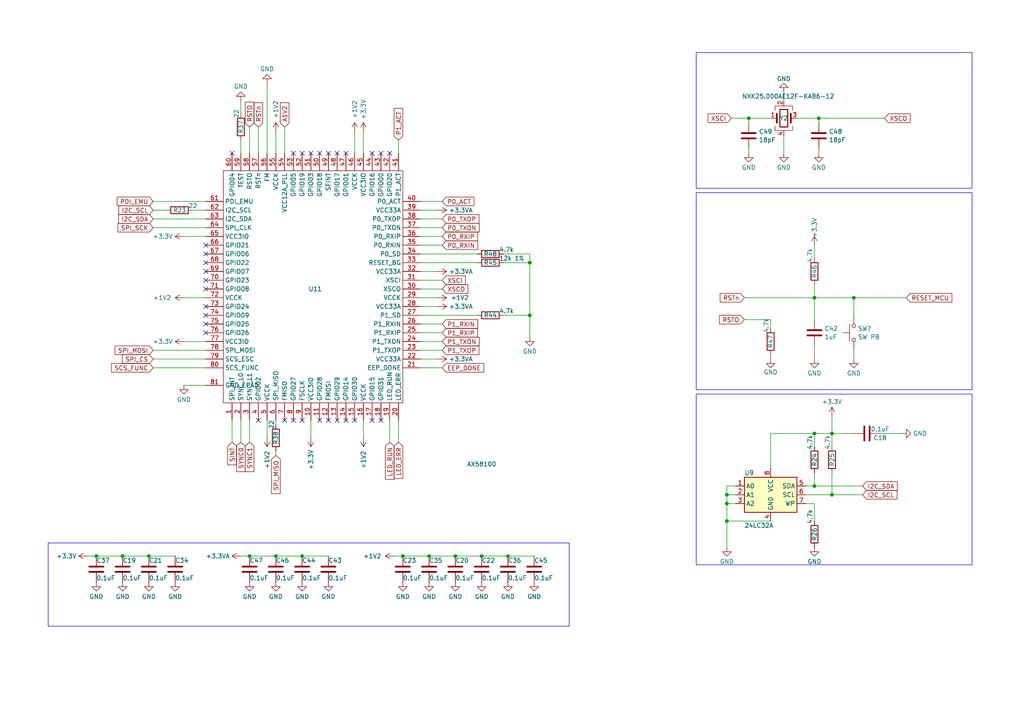
<source format=kicad_sch>
(kicad_sch (version 20230121) (generator eeschema)

  (uuid d01ee7a8-badb-421f-a195-8ebab99570c6)

  (paper "A4")

  (title_block
    (title "MetalMusings EaserCAT 3000")
  )

  (lib_symbols
    (symbol "Device:C" (pin_numbers hide) (pin_names (offset 0.254)) (in_bom yes) (on_board yes)
      (property "Reference" "C" (at 0.635 2.54 0)
        (effects (font (size 1.27 1.27)) (justify left))
      )
      (property "Value" "C" (at 0.635 -2.54 0)
        (effects (font (size 1.27 1.27)) (justify left))
      )
      (property "Footprint" "" (at 0.9652 -3.81 0)
        (effects (font (size 1.27 1.27)) hide)
      )
      (property "Datasheet" "~" (at 0 0 0)
        (effects (font (size 1.27 1.27)) hide)
      )
      (property "ki_keywords" "cap capacitor" (at 0 0 0)
        (effects (font (size 1.27 1.27)) hide)
      )
      (property "ki_description" "Unpolarized capacitor" (at 0 0 0)
        (effects (font (size 1.27 1.27)) hide)
      )
      (property "ki_fp_filters" "C_*" (at 0 0 0)
        (effects (font (size 1.27 1.27)) hide)
      )
      (symbol "C_0_1"
        (polyline
          (pts
            (xy -2.032 -0.762)
            (xy 2.032 -0.762)
          )
          (stroke (width 0.508) (type default))
          (fill (type none))
        )
        (polyline
          (pts
            (xy -2.032 0.762)
            (xy 2.032 0.762)
          )
          (stroke (width 0.508) (type default))
          (fill (type none))
        )
      )
      (symbol "C_1_1"
        (pin passive line (at 0 3.81 270) (length 2.794)
          (name "~" (effects (font (size 1.27 1.27))))
          (number "1" (effects (font (size 1.27 1.27))))
        )
        (pin passive line (at 0 -3.81 90) (length 2.794)
          (name "~" (effects (font (size 1.27 1.27))))
          (number "2" (effects (font (size 1.27 1.27))))
        )
      )
    )
    (symbol "Device:Crystal_GND24" (pin_names (offset 1.016) hide) (in_bom yes) (on_board yes)
      (property "Reference" "Y" (at 3.175 5.08 0)
        (effects (font (size 1.27 1.27)) (justify left))
      )
      (property "Value" "Crystal_GND24" (at 3.175 3.175 0)
        (effects (font (size 1.27 1.27)) (justify left))
      )
      (property "Footprint" "" (at 0 0 0)
        (effects (font (size 1.27 1.27)) hide)
      )
      (property "Datasheet" "~" (at 0 0 0)
        (effects (font (size 1.27 1.27)) hide)
      )
      (property "ki_keywords" "quartz ceramic resonator oscillator" (at 0 0 0)
        (effects (font (size 1.27 1.27)) hide)
      )
      (property "ki_description" "Four pin crystal, GND on pins 2 and 4" (at 0 0 0)
        (effects (font (size 1.27 1.27)) hide)
      )
      (property "ki_fp_filters" "Crystal*" (at 0 0 0)
        (effects (font (size 1.27 1.27)) hide)
      )
      (symbol "Crystal_GND24_0_1"
        (rectangle (start -1.143 2.54) (end 1.143 -2.54)
          (stroke (width 0.3048) (type default))
          (fill (type none))
        )
        (polyline
          (pts
            (xy -2.54 0)
            (xy -2.032 0)
          )
          (stroke (width 0) (type default))
          (fill (type none))
        )
        (polyline
          (pts
            (xy -2.032 -1.27)
            (xy -2.032 1.27)
          )
          (stroke (width 0.508) (type default))
          (fill (type none))
        )
        (polyline
          (pts
            (xy 0 -3.81)
            (xy 0 -3.556)
          )
          (stroke (width 0) (type default))
          (fill (type none))
        )
        (polyline
          (pts
            (xy 0 3.556)
            (xy 0 3.81)
          )
          (stroke (width 0) (type default))
          (fill (type none))
        )
        (polyline
          (pts
            (xy 2.032 -1.27)
            (xy 2.032 1.27)
          )
          (stroke (width 0.508) (type default))
          (fill (type none))
        )
        (polyline
          (pts
            (xy 2.032 0)
            (xy 2.54 0)
          )
          (stroke (width 0) (type default))
          (fill (type none))
        )
        (polyline
          (pts
            (xy -2.54 -2.286)
            (xy -2.54 -3.556)
            (xy 2.54 -3.556)
            (xy 2.54 -2.286)
          )
          (stroke (width 0) (type default))
          (fill (type none))
        )
        (polyline
          (pts
            (xy -2.54 2.286)
            (xy -2.54 3.556)
            (xy 2.54 3.556)
            (xy 2.54 2.286)
          )
          (stroke (width 0) (type default))
          (fill (type none))
        )
      )
      (symbol "Crystal_GND24_1_1"
        (pin passive line (at -3.81 0 0) (length 1.27)
          (name "1" (effects (font (size 1.27 1.27))))
          (number "1" (effects (font (size 1.27 1.27))))
        )
        (pin passive line (at 0 5.08 270) (length 1.27)
          (name "2" (effects (font (size 1.27 1.27))))
          (number "2" (effects (font (size 1.27 1.27))))
        )
        (pin passive line (at 3.81 0 180) (length 1.27)
          (name "3" (effects (font (size 1.27 1.27))))
          (number "3" (effects (font (size 1.27 1.27))))
        )
        (pin passive line (at 0 -5.08 90) (length 1.27)
          (name "4" (effects (font (size 1.27 1.27))))
          (number "4" (effects (font (size 1.27 1.27))))
        )
      )
    )
    (symbol "Device:R" (pin_numbers hide) (pin_names (offset 0)) (in_bom yes) (on_board yes)
      (property "Reference" "R" (at 2.032 0 90)
        (effects (font (size 1.27 1.27)))
      )
      (property "Value" "R" (at 0 0 90)
        (effects (font (size 1.27 1.27)))
      )
      (property "Footprint" "" (at -1.778 0 90)
        (effects (font (size 1.27 1.27)) hide)
      )
      (property "Datasheet" "~" (at 0 0 0)
        (effects (font (size 1.27 1.27)) hide)
      )
      (property "ki_keywords" "R res resistor" (at 0 0 0)
        (effects (font (size 1.27 1.27)) hide)
      )
      (property "ki_description" "Resistor" (at 0 0 0)
        (effects (font (size 1.27 1.27)) hide)
      )
      (property "ki_fp_filters" "R_*" (at 0 0 0)
        (effects (font (size 1.27 1.27)) hide)
      )
      (symbol "R_0_1"
        (rectangle (start -1.016 -2.54) (end 1.016 2.54)
          (stroke (width 0.254) (type default))
          (fill (type none))
        )
      )
      (symbol "R_1_1"
        (pin passive line (at 0 3.81 270) (length 1.27)
          (name "~" (effects (font (size 1.27 1.27))))
          (number "1" (effects (font (size 1.27 1.27))))
        )
        (pin passive line (at 0 -3.81 90) (length 1.27)
          (name "~" (effects (font (size 1.27 1.27))))
          (number "2" (effects (font (size 1.27 1.27))))
        )
      )
    )
    (symbol "HakansLibrary:AX58100" (in_bom yes) (on_board yes)
      (property "Reference" "U" (at 0 0 0)
        (effects (font (size 1.27 1.27)))
      )
      (property "Value" "" (at 0 0 0)
        (effects (font (size 1.27 1.27)))
      )
      (property "Footprint" "" (at 0 0 0)
        (effects (font (size 1.27 1.27)) hide)
      )
      (property "Datasheet" "" (at 0 0 0)
        (effects (font (size 1.27 1.27)) hide)
      )
      (symbol "AX58100_0_1"
        (rectangle (start -74.93 85.09) (end -22.86 17.78)
          (stroke (width 0) (type default))
          (fill (type none))
        )
      )
      (symbol "AX58100_1_0"
        (pin power_in line (at -80.01 22.86 0) (length 5.08)
          (name "GND_EPAD" (effects (font (size 1.27 1.27))))
          (number "81" (effects (font (size 1.27 1.27))))
        )
      )
      (symbol "AX58100_1_1"
        (pin output line (at -72.39 12.7 90) (length 5.08)
          (name "SPI_INT" (effects (font (size 1.27 1.27))))
          (number "1" (effects (font (size 1.27 1.27))))
        )
        (pin power_in line (at -49.53 12.7 90) (length 5.08)
          (name "VCC3IO" (effects (font (size 1.27 1.27))))
          (number "10" (effects (font (size 1.27 1.27))))
        )
        (pin bidirectional line (at -46.99 12.7 90) (length 5.08)
          (name "GPIO28" (effects (font (size 1.27 1.27))))
          (number "11" (effects (font (size 1.27 1.27))))
        )
        (pin input line (at -44.45 12.7 90) (length 5.08)
          (name "FMOSI" (effects (font (size 1.27 1.27))))
          (number "12" (effects (font (size 1.27 1.27))))
        )
        (pin bidirectional line (at -41.91 12.7 90) (length 5.08)
          (name "GPIO29" (effects (font (size 1.27 1.27))))
          (number "13" (effects (font (size 1.27 1.27))))
        )
        (pin bidirectional line (at -39.37 12.7 90) (length 5.08)
          (name "GPIO14" (effects (font (size 1.27 1.27))))
          (number "14" (effects (font (size 1.27 1.27))))
        )
        (pin bidirectional line (at -36.83 12.7 90) (length 5.08)
          (name "GPIO30" (effects (font (size 1.27 1.27))))
          (number "15" (effects (font (size 1.27 1.27))))
        )
        (pin power_in line (at -34.29 12.7 90) (length 5.08)
          (name "VCCK" (effects (font (size 1.27 1.27))))
          (number "16" (effects (font (size 1.27 1.27))))
        )
        (pin bidirectional line (at -31.75 12.7 90) (length 5.08)
          (name "GPIO15" (effects (font (size 1.27 1.27))))
          (number "17" (effects (font (size 1.27 1.27))))
        )
        (pin bidirectional line (at -29.21 12.7 90) (length 5.08)
          (name "GPIO31" (effects (font (size 1.27 1.27))))
          (number "18" (effects (font (size 1.27 1.27))))
        )
        (pin bidirectional line (at -26.67 12.7 90) (length 5.08)
          (name "LED_RUN" (effects (font (size 1.27 1.27))))
          (number "19" (effects (font (size 1.27 1.27))))
        )
        (pin bidirectional line (at -69.85 12.7 90) (length 5.08)
          (name "SYNC_L0" (effects (font (size 1.27 1.27))))
          (number "2" (effects (font (size 1.27 1.27))))
        )
        (pin bidirectional line (at -24.13 12.7 90) (length 5.08)
          (name "LED_ERR" (effects (font (size 1.27 1.27))))
          (number "20" (effects (font (size 1.27 1.27))))
        )
        (pin output line (at -17.78 27.94 180) (length 5.08)
          (name "EEP_DONE" (effects (font (size 1.27 1.27))))
          (number "21" (effects (font (size 1.27 1.27))))
        )
        (pin power_in line (at -17.78 30.48 180) (length 5.08)
          (name "VCC33A" (effects (font (size 1.27 1.27))))
          (number "22" (effects (font (size 1.27 1.27))))
        )
        (pin bidirectional line (at -17.78 33.02 180) (length 5.08)
          (name "P1_TXOP" (effects (font (size 1.27 1.27))))
          (number "23" (effects (font (size 1.27 1.27))))
        )
        (pin bidirectional line (at -17.78 35.56 180) (length 5.08)
          (name "P1_TXON" (effects (font (size 1.27 1.27))))
          (number "24" (effects (font (size 1.27 1.27))))
        )
        (pin bidirectional line (at -17.78 38.1 180) (length 5.08)
          (name "P1_RXIP" (effects (font (size 1.27 1.27))))
          (number "25" (effects (font (size 1.27 1.27))))
        )
        (pin bidirectional line (at -17.78 40.64 180) (length 5.08)
          (name "P1_RXIN" (effects (font (size 1.27 1.27))))
          (number "26" (effects (font (size 1.27 1.27))))
        )
        (pin bidirectional line (at -17.78 43.18 180) (length 5.08)
          (name "P1_SD" (effects (font (size 1.27 1.27))))
          (number "27" (effects (font (size 1.27 1.27))))
        )
        (pin power_in line (at -17.78 45.72 180) (length 5.08)
          (name "VCC33A" (effects (font (size 1.27 1.27))))
          (number "28" (effects (font (size 1.27 1.27))))
        )
        (pin power_in line (at -17.78 48.26 180) (length 5.08)
          (name "VCCK" (effects (font (size 1.27 1.27))))
          (number "29" (effects (font (size 1.27 1.27))))
        )
        (pin bidirectional line (at -67.31 12.7 90) (length 5.08)
          (name "SYNC_L1" (effects (font (size 1.27 1.27))))
          (number "3" (effects (font (size 1.27 1.27))))
        )
        (pin bidirectional line (at -17.78 50.8 180) (length 5.08)
          (name "XSCO" (effects (font (size 1.27 1.27))))
          (number "30" (effects (font (size 1.27 1.27))))
        )
        (pin input line (at -17.78 53.34 180) (length 5.08)
          (name "XSCI" (effects (font (size 1.27 1.27))))
          (number "31" (effects (font (size 1.27 1.27))))
        )
        (pin power_in line (at -17.78 55.88 180) (length 5.08)
          (name "VCC33A" (effects (font (size 1.27 1.27))))
          (number "32" (effects (font (size 1.27 1.27))))
        )
        (pin output line (at -17.78 58.42 180) (length 5.08)
          (name "RESET_BG" (effects (font (size 1.27 1.27))))
          (number "33" (effects (font (size 1.27 1.27))))
        )
        (pin bidirectional line (at -17.78 60.96 180) (length 5.08)
          (name "P0_SD" (effects (font (size 1.27 1.27))))
          (number "34" (effects (font (size 1.27 1.27))))
        )
        (pin bidirectional line (at -17.78 63.5 180) (length 5.08)
          (name "P0_RXIN" (effects (font (size 1.27 1.27))))
          (number "35" (effects (font (size 1.27 1.27))))
        )
        (pin bidirectional line (at -17.78 66.04 180) (length 5.08)
          (name "P0_RXIP" (effects (font (size 1.27 1.27))))
          (number "36" (effects (font (size 1.27 1.27))))
        )
        (pin bidirectional line (at -17.78 68.58 180) (length 5.08)
          (name "P0_TXON" (effects (font (size 1.27 1.27))))
          (number "37" (effects (font (size 1.27 1.27))))
        )
        (pin bidirectional line (at -17.78 71.12 180) (length 5.08)
          (name "P0_TXOP" (effects (font (size 1.27 1.27))))
          (number "38" (effects (font (size 1.27 1.27))))
        )
        (pin power_in line (at -17.78 73.66 180) (length 5.08)
          (name "VCC33A" (effects (font (size 1.27 1.27))))
          (number "39" (effects (font (size 1.27 1.27))))
        )
        (pin bidirectional line (at -64.77 12.7 90) (length 5.08)
          (name "GPIO02" (effects (font (size 1.27 1.27))))
          (number "4" (effects (font (size 1.27 1.27))))
        )
        (pin bidirectional line (at -17.78 76.2 180) (length 5.08)
          (name "P0_ACT" (effects (font (size 1.27 1.27))))
          (number "40" (effects (font (size 1.27 1.27))))
        )
        (pin input line (at -24.13 90.17 270) (length 5.08)
          (name "P1_ACT" (effects (font (size 1.27 1.27))))
          (number "41" (effects (font (size 1.27 1.27))))
        )
        (pin bidirectional line (at -26.67 90.17 270) (length 5.08)
          (name "GPIO20" (effects (font (size 1.27 1.27))))
          (number "42" (effects (font (size 1.27 1.27))))
        )
        (pin bidirectional line (at -29.21 90.17 270) (length 5.08)
          (name "GPIO00" (effects (font (size 1.27 1.27))))
          (number "43" (effects (font (size 1.27 1.27))))
        )
        (pin bidirectional line (at -31.75 90.17 270) (length 5.08)
          (name "GPIO16" (effects (font (size 1.27 1.27))))
          (number "44" (effects (font (size 1.27 1.27))))
        )
        (pin power_in line (at -34.29 90.17 270) (length 5.08)
          (name "VCC3IO" (effects (font (size 1.27 1.27))))
          (number "45" (effects (font (size 1.27 1.27))))
        )
        (pin power_in line (at -36.83 90.17 270) (length 5.08)
          (name "VCCK" (effects (font (size 1.27 1.27))))
          (number "46" (effects (font (size 1.27 1.27))))
        )
        (pin bidirectional line (at -39.37 90.17 270) (length 5.08)
          (name "GPIO01" (effects (font (size 1.27 1.27))))
          (number "47" (effects (font (size 1.27 1.27))))
        )
        (pin bidirectional line (at -41.91 90.17 270) (length 5.08)
          (name "GPIO17" (effects (font (size 1.27 1.27))))
          (number "48" (effects (font (size 1.27 1.27))))
        )
        (pin output line (at -44.45 90.17 270) (length 5.08)
          (name "SFINT" (effects (font (size 1.27 1.27))))
          (number "49" (effects (font (size 1.27 1.27))))
        )
        (pin power_in line (at -62.23 12.7 90) (length 5.08)
          (name "VCCK" (effects (font (size 1.27 1.27))))
          (number "5" (effects (font (size 1.27 1.27))))
        )
        (pin bidirectional line (at -46.99 90.17 270) (length 5.08)
          (name "GPIO18" (effects (font (size 1.27 1.27))))
          (number "50" (effects (font (size 1.27 1.27))))
        )
        (pin passive line (at -49.53 90.17 270) (length 5.08)
          (name "GPIO03" (effects (font (size 1.27 1.27))))
          (number "51" (effects (font (size 1.27 1.27))))
        )
        (pin bidirectional line (at -52.07 90.17 270) (length 5.08)
          (name "GPIO19" (effects (font (size 1.27 1.27))))
          (number "52" (effects (font (size 1.27 1.27))))
        )
        (pin bidirectional line (at -54.61 90.17 270) (length 5.08)
          (name "GPIO05" (effects (font (size 1.27 1.27))))
          (number "53" (effects (font (size 1.27 1.27))))
        )
        (pin power_in line (at -57.15 90.17 270) (length 5.08)
          (name "VCC12A_PLL" (effects (font (size 1.27 1.27))))
          (number "54" (effects (font (size 1.27 1.27))))
        )
        (pin power_in line (at -59.69 90.17 270) (length 5.08)
          (name "VCCK" (effects (font (size 1.27 1.27))))
          (number "55" (effects (font (size 1.27 1.27))))
        )
        (pin input line (at -62.23 90.17 270) (length 5.08)
          (name "FM" (effects (font (size 1.27 1.27))))
          (number "56" (effects (font (size 1.27 1.27))))
        )
        (pin input line (at -64.77 90.17 270) (length 5.08)
          (name "RSTn" (effects (font (size 1.27 1.27))))
          (number "57" (effects (font (size 1.27 1.27))))
        )
        (pin output line (at -67.31 90.17 270) (length 5.08)
          (name "RSTO" (effects (font (size 1.27 1.27))))
          (number "58" (effects (font (size 1.27 1.27))))
        )
        (pin input line (at -69.85 90.17 270) (length 5.08)
          (name "TEST" (effects (font (size 1.27 1.27))))
          (number "59" (effects (font (size 1.27 1.27))))
        )
        (pin output line (at -59.69 12.7 90) (length 5.08)
          (name "SPI_MISO" (effects (font (size 1.27 1.27))))
          (number "6" (effects (font (size 1.27 1.27))))
        )
        (pin bidirectional line (at -72.39 90.17 270) (length 5.08)
          (name "GPIO04" (effects (font (size 1.27 1.27))))
          (number "60" (effects (font (size 1.27 1.27))))
        )
        (pin input line (at -80.01 76.2 0) (length 5.08)
          (name "PDI_EMU" (effects (font (size 1.27 1.27))))
          (number "61" (effects (font (size 1.27 1.27))))
        )
        (pin output line (at -80.01 73.66 0) (length 5.08)
          (name "I2C_SCL" (effects (font (size 1.27 1.27))))
          (number "62" (effects (font (size 1.27 1.27))))
        )
        (pin bidirectional line (at -80.01 71.12 0) (length 5.08)
          (name "I2C_SDA" (effects (font (size 1.27 1.27))))
          (number "63" (effects (font (size 1.27 1.27))))
        )
        (pin input line (at -80.01 68.58 0) (length 5.08)
          (name "SPI_CLK" (effects (font (size 1.27 1.27))))
          (number "64" (effects (font (size 1.27 1.27))))
        )
        (pin power_in line (at -80.01 66.04 0) (length 5.08)
          (name "VCC3IO" (effects (font (size 1.27 1.27))))
          (number "65" (effects (font (size 1.27 1.27))))
        )
        (pin bidirectional line (at -80.01 63.5 0) (length 5.08)
          (name "GPIO21" (effects (font (size 1.27 1.27))))
          (number "66" (effects (font (size 1.27 1.27))))
        )
        (pin bidirectional line (at -80.01 60.96 0) (length 5.08)
          (name "GPIO06" (effects (font (size 1.27 1.27))))
          (number "67" (effects (font (size 1.27 1.27))))
        )
        (pin bidirectional line (at -80.01 58.42 0) (length 5.08)
          (name "GPIO22" (effects (font (size 1.27 1.27))))
          (number "68" (effects (font (size 1.27 1.27))))
        )
        (pin bidirectional line (at -80.01 55.88 0) (length 5.08)
          (name "GPIO07" (effects (font (size 1.27 1.27))))
          (number "69" (effects (font (size 1.27 1.27))))
        )
        (pin output line (at -57.15 12.7 90) (length 5.08)
          (name "FMISO" (effects (font (size 1.27 1.27))))
          (number "7" (effects (font (size 1.27 1.27))))
        )
        (pin bidirectional line (at -80.01 53.34 0) (length 5.08)
          (name "GPIO23" (effects (font (size 1.27 1.27))))
          (number "70" (effects (font (size 1.27 1.27))))
        )
        (pin bidirectional line (at -80.01 50.8 0) (length 5.08)
          (name "GPIO08" (effects (font (size 1.27 1.27))))
          (number "71" (effects (font (size 1.27 1.27))))
        )
        (pin power_in line (at -80.01 48.26 0) (length 5.08)
          (name "VCCK" (effects (font (size 1.27 1.27))))
          (number "72" (effects (font (size 1.27 1.27))))
        )
        (pin bidirectional line (at -80.01 45.72 0) (length 5.08)
          (name "GPIO24" (effects (font (size 1.27 1.27))))
          (number "73" (effects (font (size 1.27 1.27))))
        )
        (pin bidirectional line (at -80.01 43.18 0) (length 5.08)
          (name "GPIO09" (effects (font (size 1.27 1.27))))
          (number "74" (effects (font (size 1.27 1.27))))
        )
        (pin bidirectional line (at -80.01 40.64 0) (length 5.08)
          (name "GPIO25" (effects (font (size 1.27 1.27))))
          (number "75" (effects (font (size 1.27 1.27))))
        )
        (pin bidirectional line (at -80.01 38.1 0) (length 5.08)
          (name "GPIO26" (effects (font (size 1.27 1.27))))
          (number "76" (effects (font (size 1.27 1.27))))
        )
        (pin power_in line (at -80.01 35.56 0) (length 5.08)
          (name "VCC3IO" (effects (font (size 1.27 1.27))))
          (number "77" (effects (font (size 1.27 1.27))))
        )
        (pin input line (at -80.01 33.02 0) (length 5.08)
          (name "SPI_MOSI" (effects (font (size 1.27 1.27))))
          (number "78" (effects (font (size 1.27 1.27))))
        )
        (pin input line (at -80.01 30.48 0) (length 5.08)
          (name "SCS_ESC" (effects (font (size 1.27 1.27))))
          (number "79" (effects (font (size 1.27 1.27))))
        )
        (pin bidirectional line (at -54.61 12.7 90) (length 5.08)
          (name "GPIO27" (effects (font (size 1.27 1.27))))
          (number "8" (effects (font (size 1.27 1.27))))
        )
        (pin input line (at -80.01 27.94 0) (length 5.08)
          (name "SCS_FUNC" (effects (font (size 1.27 1.27))))
          (number "80" (effects (font (size 1.27 1.27))))
        )
        (pin input line (at -52.07 12.7 90) (length 5.08)
          (name "FSCLK" (effects (font (size 1.27 1.27))))
          (number "9" (effects (font (size 1.27 1.27))))
        )
      )
    )
    (symbol "Memory_EEPROM:AT24CS32-SSHM" (in_bom yes) (on_board yes)
      (property "Reference" "U" (at -7.62 6.35 0)
        (effects (font (size 1.27 1.27)))
      )
      (property "Value" "AT24CS32-SSHM" (at 2.54 -6.35 0)
        (effects (font (size 1.27 1.27)) (justify left))
      )
      (property "Footprint" "Package_SO:SOIC-8_3.9x4.9mm_P1.27mm" (at 0 0 0)
        (effects (font (size 1.27 1.27)) hide)
      )
      (property "Datasheet" "http://ww1.microchip.com/downloads/en/DeviceDoc/Atmel-8869-SEEPROM-AT24CS32-Datasheet.pdf" (at 0 0 0)
        (effects (font (size 1.27 1.27)) hide)
      )
      (property "ki_keywords" "I2C Serial EEPROM Nonvolatile Memory" (at 0 0 0)
        (effects (font (size 1.27 1.27)) hide)
      )
      (property "ki_description" "I2C Serial EEPROM, 32Kb (4096x8) with Unique Serial Number, SO8" (at 0 0 0)
        (effects (font (size 1.27 1.27)) hide)
      )
      (property "ki_fp_filters" "SOIC*3.9x4.9mm*P1.27mm*" (at 0 0 0)
        (effects (font (size 1.27 1.27)) hide)
      )
      (symbol "AT24CS32-SSHM_1_1"
        (rectangle (start -7.62 5.08) (end 7.62 -5.08)
          (stroke (width 0.254) (type default))
          (fill (type background))
        )
        (pin input line (at -10.16 2.54 0) (length 2.54)
          (name "A0" (effects (font (size 1.27 1.27))))
          (number "1" (effects (font (size 1.27 1.27))))
        )
        (pin input line (at -10.16 0 0) (length 2.54)
          (name "A1" (effects (font (size 1.27 1.27))))
          (number "2" (effects (font (size 1.27 1.27))))
        )
        (pin input line (at -10.16 -2.54 0) (length 2.54)
          (name "A2" (effects (font (size 1.27 1.27))))
          (number "3" (effects (font (size 1.27 1.27))))
        )
        (pin power_in line (at 0 -7.62 90) (length 2.54)
          (name "GND" (effects (font (size 1.27 1.27))))
          (number "4" (effects (font (size 1.27 1.27))))
        )
        (pin bidirectional line (at 10.16 2.54 180) (length 2.54)
          (name "SDA" (effects (font (size 1.27 1.27))))
          (number "5" (effects (font (size 1.27 1.27))))
        )
        (pin input line (at 10.16 0 180) (length 2.54)
          (name "SCL" (effects (font (size 1.27 1.27))))
          (number "6" (effects (font (size 1.27 1.27))))
        )
        (pin input line (at 10.16 -2.54 180) (length 2.54)
          (name "WP" (effects (font (size 1.27 1.27))))
          (number "7" (effects (font (size 1.27 1.27))))
        )
        (pin power_in line (at 0 7.62 270) (length 2.54)
          (name "VCC" (effects (font (size 1.27 1.27))))
          (number "8" (effects (font (size 1.27 1.27))))
        )
      )
    )
    (symbol "Switch:SW_Push" (pin_numbers hide) (pin_names (offset 1.016) hide) (in_bom yes) (on_board yes)
      (property "Reference" "SW" (at 1.27 2.54 0)
        (effects (font (size 1.27 1.27)) (justify left))
      )
      (property "Value" "SW_Push" (at 0 -1.524 0)
        (effects (font (size 1.27 1.27)))
      )
      (property "Footprint" "" (at 0 5.08 0)
        (effects (font (size 1.27 1.27)) hide)
      )
      (property "Datasheet" "~" (at 0 5.08 0)
        (effects (font (size 1.27 1.27)) hide)
      )
      (property "ki_keywords" "switch normally-open pushbutton push-button" (at 0 0 0)
        (effects (font (size 1.27 1.27)) hide)
      )
      (property "ki_description" "Push button switch, generic, two pins" (at 0 0 0)
        (effects (font (size 1.27 1.27)) hide)
      )
      (symbol "SW_Push_0_1"
        (circle (center -2.032 0) (radius 0.508)
          (stroke (width 0) (type default))
          (fill (type none))
        )
        (polyline
          (pts
            (xy 0 1.27)
            (xy 0 3.048)
          )
          (stroke (width 0) (type default))
          (fill (type none))
        )
        (polyline
          (pts
            (xy 2.54 1.27)
            (xy -2.54 1.27)
          )
          (stroke (width 0) (type default))
          (fill (type none))
        )
        (circle (center 2.032 0) (radius 0.508)
          (stroke (width 0) (type default))
          (fill (type none))
        )
        (pin passive line (at -5.08 0 0) (length 2.54)
          (name "1" (effects (font (size 1.27 1.27))))
          (number "1" (effects (font (size 1.27 1.27))))
        )
        (pin passive line (at 5.08 0 180) (length 2.54)
          (name "2" (effects (font (size 1.27 1.27))))
          (number "2" (effects (font (size 1.27 1.27))))
        )
      )
    )
    (symbol "power:+1V2" (power) (pin_names (offset 0)) (in_bom yes) (on_board yes)
      (property "Reference" "#PWR" (at 0 -3.81 0)
        (effects (font (size 1.27 1.27)) hide)
      )
      (property "Value" "+1V2" (at 0 3.556 0)
        (effects (font (size 1.27 1.27)))
      )
      (property "Footprint" "" (at 0 0 0)
        (effects (font (size 1.27 1.27)) hide)
      )
      (property "Datasheet" "" (at 0 0 0)
        (effects (font (size 1.27 1.27)) hide)
      )
      (property "ki_keywords" "global power" (at 0 0 0)
        (effects (font (size 1.27 1.27)) hide)
      )
      (property "ki_description" "Power symbol creates a global label with name \"+1V2\"" (at 0 0 0)
        (effects (font (size 1.27 1.27)) hide)
      )
      (symbol "+1V2_0_1"
        (polyline
          (pts
            (xy -0.762 1.27)
            (xy 0 2.54)
          )
          (stroke (width 0) (type default))
          (fill (type none))
        )
        (polyline
          (pts
            (xy 0 0)
            (xy 0 2.54)
          )
          (stroke (width 0) (type default))
          (fill (type none))
        )
        (polyline
          (pts
            (xy 0 2.54)
            (xy 0.762 1.27)
          )
          (stroke (width 0) (type default))
          (fill (type none))
        )
      )
      (symbol "+1V2_1_1"
        (pin power_in line (at 0 0 90) (length 0) hide
          (name "+1V2" (effects (font (size 1.27 1.27))))
          (number "1" (effects (font (size 1.27 1.27))))
        )
      )
    )
    (symbol "power:+3.3V" (power) (pin_names (offset 0)) (in_bom yes) (on_board yes)
      (property "Reference" "#PWR" (at 0 -3.81 0)
        (effects (font (size 1.27 1.27)) hide)
      )
      (property "Value" "+3.3V" (at 0 3.556 0)
        (effects (font (size 1.27 1.27)))
      )
      (property "Footprint" "" (at 0 0 0)
        (effects (font (size 1.27 1.27)) hide)
      )
      (property "Datasheet" "" (at 0 0 0)
        (effects (font (size 1.27 1.27)) hide)
      )
      (property "ki_keywords" "global power" (at 0 0 0)
        (effects (font (size 1.27 1.27)) hide)
      )
      (property "ki_description" "Power symbol creates a global label with name \"+3.3V\"" (at 0 0 0)
        (effects (font (size 1.27 1.27)) hide)
      )
      (symbol "+3.3V_0_1"
        (polyline
          (pts
            (xy -0.762 1.27)
            (xy 0 2.54)
          )
          (stroke (width 0) (type default))
          (fill (type none))
        )
        (polyline
          (pts
            (xy 0 0)
            (xy 0 2.54)
          )
          (stroke (width 0) (type default))
          (fill (type none))
        )
        (polyline
          (pts
            (xy 0 2.54)
            (xy 0.762 1.27)
          )
          (stroke (width 0) (type default))
          (fill (type none))
        )
      )
      (symbol "+3.3V_1_1"
        (pin power_in line (at 0 0 90) (length 0) hide
          (name "+3.3V" (effects (font (size 1.27 1.27))))
          (number "1" (effects (font (size 1.27 1.27))))
        )
      )
    )
    (symbol "power:+3.3VA" (power) (pin_names (offset 0)) (in_bom yes) (on_board yes)
      (property "Reference" "#PWR" (at 0 -3.81 0)
        (effects (font (size 1.27 1.27)) hide)
      )
      (property "Value" "+3.3VA" (at 0 3.556 0)
        (effects (font (size 1.27 1.27)))
      )
      (property "Footprint" "" (at 0 0 0)
        (effects (font (size 1.27 1.27)) hide)
      )
      (property "Datasheet" "" (at 0 0 0)
        (effects (font (size 1.27 1.27)) hide)
      )
      (property "ki_keywords" "global power" (at 0 0 0)
        (effects (font (size 1.27 1.27)) hide)
      )
      (property "ki_description" "Power symbol creates a global label with name \"+3.3VA\"" (at 0 0 0)
        (effects (font (size 1.27 1.27)) hide)
      )
      (symbol "+3.3VA_0_1"
        (polyline
          (pts
            (xy -0.762 1.27)
            (xy 0 2.54)
          )
          (stroke (width 0) (type default))
          (fill (type none))
        )
        (polyline
          (pts
            (xy 0 0)
            (xy 0 2.54)
          )
          (stroke (width 0) (type default))
          (fill (type none))
        )
        (polyline
          (pts
            (xy 0 2.54)
            (xy 0.762 1.27)
          )
          (stroke (width 0) (type default))
          (fill (type none))
        )
      )
      (symbol "+3.3VA_1_1"
        (pin power_in line (at 0 0 90) (length 0) hide
          (name "+3.3VA" (effects (font (size 1.27 1.27))))
          (number "1" (effects (font (size 1.27 1.27))))
        )
      )
    )
    (symbol "power:GND" (power) (pin_names (offset 0)) (in_bom yes) (on_board yes)
      (property "Reference" "#PWR" (at 0 -6.35 0)
        (effects (font (size 1.27 1.27)) hide)
      )
      (property "Value" "GND" (at 0 -3.81 0)
        (effects (font (size 1.27 1.27)))
      )
      (property "Footprint" "" (at 0 0 0)
        (effects (font (size 1.27 1.27)) hide)
      )
      (property "Datasheet" "" (at 0 0 0)
        (effects (font (size 1.27 1.27)) hide)
      )
      (property "ki_keywords" "global power" (at 0 0 0)
        (effects (font (size 1.27 1.27)) hide)
      )
      (property "ki_description" "Power symbol creates a global label with name \"GND\" , ground" (at 0 0 0)
        (effects (font (size 1.27 1.27)) hide)
      )
      (symbol "GND_0_1"
        (polyline
          (pts
            (xy 0 0)
            (xy 0 -1.27)
            (xy 1.27 -1.27)
            (xy 0 -2.54)
            (xy -1.27 -1.27)
            (xy 0 -1.27)
          )
          (stroke (width 0) (type default))
          (fill (type none))
        )
      )
      (symbol "GND_1_1"
        (pin power_in line (at 0 0 270) (length 0) hide
          (name "GND" (effects (font (size 1.27 1.27))))
          (number "1" (effects (font (size 1.27 1.27))))
        )
      )
    )
  )

  (junction (at 236.22 125.73) (diameter 0) (color 0 0 0 0)
    (uuid 0a5235fe-d0f4-420a-9560-6dd1ccdea44f)
  )
  (junction (at 217.17 34.29) (diameter 0) (color 0 0 0 0)
    (uuid 17085ee2-ab44-4709-a5bf-270ceae66d7d)
  )
  (junction (at 124.46 161.29) (diameter 0) (color 0 0 0 0)
    (uuid 1b1ffde0-61b2-4256-8eae-0e92266a923a)
  )
  (junction (at 153.67 76.2) (diameter 0) (color 0 0 0 0)
    (uuid 1d94dd01-6dce-414e-82ad-3ac082fe20b1)
  )
  (junction (at 241.3 125.73) (diameter 0) (color 0 0 0 0)
    (uuid 24742ea1-03d5-4527-95f5-a7eea04d187b)
  )
  (junction (at 236.22 86.36) (diameter 0) (color 0 0 0 0)
    (uuid 2a65f1ec-1805-4e15-b211-525d5c3ea161)
  )
  (junction (at 236.22 140.97) (diameter 0) (color 0 0 0 0)
    (uuid 311f693d-f584-4886-af7a-ac8fa87a5459)
  )
  (junction (at 87.63 161.29) (diameter 0) (color 0 0 0 0)
    (uuid 459cb36e-c919-41a8-9849-d33d3cf3a3ab)
  )
  (junction (at 27.94 161.29) (diameter 0) (color 0 0 0 0)
    (uuid 4e4c8166-269b-4ae6-9196-ef65ad6f40a6)
  )
  (junction (at 139.7 161.29) (diameter 0) (color 0 0 0 0)
    (uuid 518638a7-6bbd-4b1a-9b2a-cce11baa340f)
  )
  (junction (at 116.84 161.29) (diameter 0) (color 0 0 0 0)
    (uuid 5e09a34a-7b17-4a2b-90a4-8bfc1cabaf5f)
  )
  (junction (at 210.82 143.51) (diameter 0) (color 0 0 0 0)
    (uuid 67a18ab4-38eb-4cf0-b629-7d4f44440338)
  )
  (junction (at 72.39 161.29) (diameter 0) (color 0 0 0 0)
    (uuid 73c5d438-4432-4531-ac18-515e2a295d56)
  )
  (junction (at 241.3 143.51) (diameter 0) (color 0 0 0 0)
    (uuid 7aced3ce-c005-4d88-9a12-1925ac4397fa)
  )
  (junction (at 153.67 91.44) (diameter 0) (color 0 0 0 0)
    (uuid 99917e2e-1e40-4f4a-99a8-4c34fbd78fdf)
  )
  (junction (at 147.32 161.29) (diameter 0) (color 0 0 0 0)
    (uuid a231cb60-0cad-446a-9f03-97fe667dfe62)
  )
  (junction (at 247.65 86.36) (diameter 0) (color 0 0 0 0)
    (uuid a615565b-f9c0-4d64-9d25-cfbf8b1b8c17)
  )
  (junction (at 80.01 161.29) (diameter 0) (color 0 0 0 0)
    (uuid ae7957f9-f534-41d0-a753-56caa3c754bf)
  )
  (junction (at 237.49 34.29) (diameter 0) (color 0 0 0 0)
    (uuid c0b2a015-9e09-4b84-a8db-3e0bb525f769)
  )
  (junction (at 35.56 161.29) (diameter 0) (color 0 0 0 0)
    (uuid caba9587-a93b-48be-9f22-46de7040b109)
  )
  (junction (at 132.08 161.29) (diameter 0) (color 0 0 0 0)
    (uuid da4bb6a4-2f3c-483c-89d5-98eab6f4825a)
  )
  (junction (at 43.18 161.29) (diameter 0) (color 0 0 0 0)
    (uuid e9be516d-f9ef-42ce-8a9c-f494160f831d)
  )
  (junction (at 210.82 146.05) (diameter 0) (color 0 0 0 0)
    (uuid eaf169ee-6223-4611-8993-ed3e0b7aaec9)
  )
  (junction (at 210.82 151.13) (diameter 0) (color 0 0 0 0)
    (uuid faab8082-b421-4936-8c29-d2204fb190fc)
  )

  (no_connect (at 85.09 121.92) (uuid 03582372-7a88-4dc8-b70a-ae5c9d9f5b9a))
  (no_connect (at 87.63 121.92) (uuid 04e36fae-2fa9-48ac-a272-64ef16d0e780))
  (no_connect (at 59.69 83.82) (uuid 058de604-e96a-49cf-a6be-6c42925562f3))
  (no_connect (at 59.69 91.44) (uuid 08886f01-e77c-4362-a629-2c438cc27a63))
  (no_connect (at 59.69 81.28) (uuid 18f52e10-e495-4347-acf1-89bfe8639768))
  (no_connect (at 85.09 44.45) (uuid 240f3c27-2110-43f9-a808-ae20464ef694))
  (no_connect (at 67.31 44.45) (uuid 2af2109d-c939-4ead-af49-a424852e6172))
  (no_connect (at 59.69 71.12) (uuid 2f2848fd-d350-4fe2-87cd-fc2cc311b844))
  (no_connect (at 100.33 44.45) (uuid 31944800-0220-4d45-9fc5-8988659e74fe))
  (no_connect (at 59.69 96.52) (uuid 3a0b54b2-bb15-4518-ad60-3e64ff13a2e8))
  (no_connect (at 113.03 44.45) (uuid 4b7cfe5b-f660-4679-9ef1-b97e92bc3c36))
  (no_connect (at 110.49 121.92) (uuid 54385480-26fd-4975-aa62-b22124f5d1b5))
  (no_connect (at 74.93 121.92) (uuid 5bcd07e5-9083-426a-a5d3-af6bf2d9a1d6))
  (no_connect (at 87.63 44.45) (uuid 64a80b79-cebd-4ffe-b46e-e61b58b2183d))
  (no_connect (at 95.25 44.45) (uuid 694a30c6-a7b1-4241-a162-df183afc2497))
  (no_connect (at 100.33 121.92) (uuid 76fc4185-45ad-47ae-a93a-b175c52404bb))
  (no_connect (at 95.25 121.92) (uuid 8812957d-039a-4ea4-af3f-52ce66a981f6))
  (no_connect (at 92.71 121.92) (uuid 8f5462c5-90d8-4d03-b113-1a67d2fbbfb4))
  (no_connect (at 97.79 44.45) (uuid 97fd1361-0026-4642-bcc4-b9d12ff1e962))
  (no_connect (at 59.69 76.2) (uuid 99645fbb-a256-49e6-b054-3d35c51aff78))
  (no_connect (at 82.55 121.92) (uuid 9d90f53c-e89c-413f-9a52-078258e8132a))
  (no_connect (at 107.95 121.92) (uuid a7b86ea2-55cf-4be8-a2c1-f18865c887f8))
  (no_connect (at 59.69 73.66) (uuid af074485-35ea-422a-94b3-bce6a32cfb11))
  (no_connect (at 110.49 44.45) (uuid baf6f094-61dd-49ff-866c-cbe4e6117fb4))
  (no_connect (at 97.79 121.92) (uuid bdf35d6b-f636-4be1-8c42-11a0fa301e43))
  (no_connect (at 107.95 44.45) (uuid bdfa3fbe-e787-4953-9ced-2f259a07d907))
  (no_connect (at 102.87 121.92) (uuid d11dd1ab-6cfc-4e71-b53f-f1d9df4c8669))
  (no_connect (at 59.69 93.98) (uuid d1e03a74-825f-4efb-8a7a-f4ee7ff18474))
  (no_connect (at 59.69 78.74) (uuid e0ca855f-0283-42db-913f-eb2685ade921))
  (no_connect (at 92.71 44.45) (uuid e2dafc7d-664a-49c3-a78a-870e04a8e028))
  (no_connect (at 59.69 88.9) (uuid ebb7839a-eced-476b-97e1-b0db9fb869a5))
  (no_connect (at 90.17 44.45) (uuid fa72b806-ea2f-445f-8bbe-ff5f49fe49af))

  (wire (pts (xy 44.45 58.42) (xy 59.69 58.42))
    (stroke (width 0) (type default))
    (uuid 0661466e-b1cf-459f-9610-fe6f7ab50f2f)
  )
  (wire (pts (xy 87.63 161.29) (xy 95.25 161.29))
    (stroke (width 0) (type default))
    (uuid 080445ef-121f-457a-8eb8-c01d133144f1)
  )
  (wire (pts (xy 127 60.96) (xy 121.92 60.96))
    (stroke (width 0) (type default))
    (uuid 0b164e35-60db-4fd7-9c70-50773f31c89c)
  )
  (wire (pts (xy 121.92 106.68) (xy 128.27 106.68))
    (stroke (width 0) (type default))
    (uuid 0cc2dfd8-1e97-4952-babd-8fbbbafc0d63)
  )
  (wire (pts (xy 127 86.36) (xy 121.92 86.36))
    (stroke (width 0) (type default))
    (uuid 0cd43ee8-7dba-4c49-82e1-26ad23998744)
  )
  (wire (pts (xy 138.43 76.2) (xy 121.92 76.2))
    (stroke (width 0) (type default))
    (uuid 0d22e0f2-b460-4b38-bd52-0fd1b6149a2d)
  )
  (wire (pts (xy 69.85 29.21) (xy 69.85 33.02))
    (stroke (width 0) (type default))
    (uuid 1089a63d-cc51-42a5-9e82-ae833def9b39)
  )
  (wire (pts (xy 247.65 86.36) (xy 262.89 86.36))
    (stroke (width 0) (type default))
    (uuid 11074601-6391-4aa4-bc8b-e295b30652ef)
  )
  (wire (pts (xy 236.22 104.14) (xy 236.22 100.33))
    (stroke (width 0) (type default))
    (uuid 123d2517-3309-4416-8a1a-5c55c648b646)
  )
  (wire (pts (xy 241.3 143.51) (xy 250.19 143.51))
    (stroke (width 0) (type default))
    (uuid 14221c0e-c601-43b2-933b-b5680988fbd1)
  )
  (wire (pts (xy 247.65 125.73) (xy 241.3 125.73))
    (stroke (width 0) (type default))
    (uuid 15082dba-b861-419c-abc6-0572bbd53413)
  )
  (wire (pts (xy 53.34 99.06) (xy 59.69 99.06))
    (stroke (width 0) (type default))
    (uuid 154cb437-9b6b-47b6-b250-7a770c3e34dd)
  )
  (wire (pts (xy 105.41 127) (xy 105.41 121.92))
    (stroke (width 0) (type default))
    (uuid 16b5788e-c8d6-4de2-9384-d078164e9680)
  )
  (wire (pts (xy 44.45 60.96) (xy 48.26 60.96))
    (stroke (width 0) (type default))
    (uuid 17e72e0d-995c-4ab6-b0fc-394979f83014)
  )
  (wire (pts (xy 128.27 71.12) (xy 121.92 71.12))
    (stroke (width 0) (type default))
    (uuid 19571281-1526-44cc-b8dd-fa49c4a096bd)
  )
  (wire (pts (xy 128.27 93.98) (xy 121.92 93.98))
    (stroke (width 0) (type default))
    (uuid 1e589d7e-64a5-4b06-bfee-92a0dd2e9c63)
  )
  (wire (pts (xy 227.33 44.45) (xy 227.33 39.37))
    (stroke (width 0) (type default))
    (uuid 1e6ddb81-465a-439b-8010-9e4a98e2041d)
  )
  (wire (pts (xy 35.56 161.29) (xy 43.18 161.29))
    (stroke (width 0) (type default))
    (uuid 20c17c6d-0798-480f-895f-e37937f2bfd2)
  )
  (wire (pts (xy 261.62 125.73) (xy 255.27 125.73))
    (stroke (width 0) (type default))
    (uuid 24a28ebf-aa7a-413b-b3be-2477173112d1)
  )
  (wire (pts (xy 82.55 36.83) (xy 82.55 44.45))
    (stroke (width 0) (type default))
    (uuid 24b5c9de-f3c8-4eb9-8565-b7c0c05c131d)
  )
  (wire (pts (xy 105.41 38.1) (xy 105.41 44.45))
    (stroke (width 0) (type default))
    (uuid 2ae0d641-7030-456d-81e8-f042184624dd)
  )
  (wire (pts (xy 128.27 96.52) (xy 121.92 96.52))
    (stroke (width 0) (type default))
    (uuid 2cbf219c-0172-4aa5-88a4-0e38cd409c07)
  )
  (wire (pts (xy 25.4 161.29) (xy 27.94 161.29))
    (stroke (width 0) (type default))
    (uuid 2f1d5b89-3fae-4ed8-b9cc-07e1400eaf2a)
  )
  (wire (pts (xy 146.05 76.2) (xy 153.67 76.2))
    (stroke (width 0) (type default))
    (uuid 327af36b-3cb7-4fbf-be27-06dfb04b3976)
  )
  (wire (pts (xy 215.9 92.71) (xy 223.52 92.71))
    (stroke (width 0) (type default))
    (uuid 329bb402-dfdb-48ca-96e4-cd8113da5fed)
  )
  (wire (pts (xy 44.45 106.68) (xy 59.69 106.68))
    (stroke (width 0) (type default))
    (uuid 34f3e2b5-6955-4782-bb5a-a609e45555c8)
  )
  (wire (pts (xy 44.45 66.04) (xy 59.69 66.04))
    (stroke (width 0) (type default))
    (uuid 3ec5c533-9953-4224-b74b-0735dd26a008)
  )
  (wire (pts (xy 128.27 58.42) (xy 121.92 58.42))
    (stroke (width 0) (type default))
    (uuid 414e8104-3211-4d5f-866e-b0e1e1789d18)
  )
  (wire (pts (xy 77.47 127) (xy 77.47 121.92))
    (stroke (width 0) (type default))
    (uuid 43f14400-538e-4026-a845-8346b773579a)
  )
  (wire (pts (xy 237.49 34.29) (xy 237.49 35.56))
    (stroke (width 0) (type default))
    (uuid 4477e5c1-e12b-4293-b6ec-b4d7df2af018)
  )
  (wire (pts (xy 237.49 44.45) (xy 237.49 43.18))
    (stroke (width 0) (type default))
    (uuid 45c4e4fa-60d9-4a1c-abb5-eeb12156540c)
  )
  (wire (pts (xy 241.3 137.16) (xy 241.3 143.51))
    (stroke (width 0) (type default))
    (uuid 47db0b49-0009-4a05-8b96-6b8f84d107d5)
  )
  (wire (pts (xy 44.45 101.6) (xy 59.69 101.6))
    (stroke (width 0) (type default))
    (uuid 4d357d9e-d279-48fb-988a-f7a606aaaceb)
  )
  (wire (pts (xy 132.08 161.29) (xy 139.7 161.29))
    (stroke (width 0) (type default))
    (uuid 4e98d2a8-a25d-4f86-9995-05f800b01b26)
  )
  (wire (pts (xy 233.68 140.97) (xy 236.22 140.97))
    (stroke (width 0) (type default))
    (uuid 4ef66d92-8ec0-41c1-903d-d3a2781ae4cd)
  )
  (wire (pts (xy 233.68 146.05) (xy 236.22 146.05))
    (stroke (width 0) (type default))
    (uuid 51bdfee7-8afe-43ab-b68d-7a1c20360632)
  )
  (wire (pts (xy 223.52 135.89) (xy 223.52 125.73))
    (stroke (width 0) (type default))
    (uuid 52ee2499-832f-425a-a11e-60308f41f599)
  )
  (wire (pts (xy 77.47 24.13) (xy 77.47 44.45))
    (stroke (width 0) (type default))
    (uuid 555dd346-d0fa-4279-bc5e-3fbab2a0dc3c)
  )
  (wire (pts (xy 80.01 132.08) (xy 80.01 130.81))
    (stroke (width 0) (type default))
    (uuid 557e9b52-6ba4-4e6e-8660-14f4635c6ced)
  )
  (wire (pts (xy 236.22 125.73) (xy 241.3 125.73))
    (stroke (width 0) (type default))
    (uuid 5654cc74-dcc4-49d8-a90b-0d8e650eb931)
  )
  (wire (pts (xy 237.49 34.29) (xy 256.54 34.29))
    (stroke (width 0) (type default))
    (uuid 58ef6987-8886-417f-8021-280c0e4617a8)
  )
  (wire (pts (xy 210.82 143.51) (xy 213.36 143.51))
    (stroke (width 0) (type default))
    (uuid 5a41a886-c62e-4370-b1ec-afd12a73797f)
  )
  (wire (pts (xy 115.57 40.64) (xy 115.57 44.45))
    (stroke (width 0) (type default))
    (uuid 5bf2df9c-5c29-4118-891c-c0b8add2d26c)
  )
  (wire (pts (xy 128.27 63.5) (xy 121.92 63.5))
    (stroke (width 0) (type default))
    (uuid 5c7e36bc-a745-4117-9c1e-7014efeb0fb8)
  )
  (wire (pts (xy 90.17 127) (xy 90.17 121.92))
    (stroke (width 0) (type default))
    (uuid 62e380f3-b5ac-4d1b-88fe-edb0c8930f70)
  )
  (wire (pts (xy 43.18 161.29) (xy 50.8 161.29))
    (stroke (width 0) (type default))
    (uuid 630822d5-d4d7-405f-b156-384cf018b1b6)
  )
  (wire (pts (xy 69.85 161.29) (xy 72.39 161.29))
    (stroke (width 0) (type default))
    (uuid 666734b5-2683-4e9d-8f38-c3f425196281)
  )
  (wire (pts (xy 210.82 146.05) (xy 210.82 151.13))
    (stroke (width 0) (type default))
    (uuid 6c8e1949-08e1-4213-aec0-b6644b0bc8fe)
  )
  (wire (pts (xy 127 88.9) (xy 121.92 88.9))
    (stroke (width 0) (type default))
    (uuid 70378b0b-08fc-4118-8052-a3f06b6fd7ee)
  )
  (wire (pts (xy 67.31 128.27) (xy 67.31 121.92))
    (stroke (width 0) (type default))
    (uuid 70c89992-b37d-4a17-8a98-4264d5ccf9c3)
  )
  (wire (pts (xy 146.05 91.44) (xy 153.67 91.44))
    (stroke (width 0) (type default))
    (uuid 70da205d-8cc6-4801-a129-2bd41977645f)
  )
  (wire (pts (xy 102.87 38.1) (xy 102.87 44.45))
    (stroke (width 0) (type default))
    (uuid 7502d1a6-8677-4ac6-8c1b-7a3fb868957b)
  )
  (wire (pts (xy 127 78.74) (xy 121.92 78.74))
    (stroke (width 0) (type default))
    (uuid 7f3cc295-45d7-44f4-aaee-cb193a5fda0d)
  )
  (wire (pts (xy 213.36 140.97) (xy 210.82 140.97))
    (stroke (width 0) (type default))
    (uuid 80a563ad-38a4-4e6d-8e0e-3df18a4641eb)
  )
  (wire (pts (xy 138.43 73.66) (xy 121.92 73.66))
    (stroke (width 0) (type default))
    (uuid 822335b6-32fd-4d98-9f4d-bc0ba988caa0)
  )
  (wire (pts (xy 153.67 73.66) (xy 146.05 73.66))
    (stroke (width 0) (type default))
    (uuid 82287f37-4cea-42c2-9b2d-8688d7fc14b2)
  )
  (wire (pts (xy 236.22 140.97) (xy 250.19 140.97))
    (stroke (width 0) (type default))
    (uuid 82c4be18-ca5c-4d39-b2a9-de61aadafbae)
  )
  (wire (pts (xy 128.27 99.06) (xy 121.92 99.06))
    (stroke (width 0) (type default))
    (uuid 83dce889-ab1d-4e98-9855-aedc4674ef18)
  )
  (wire (pts (xy 236.22 137.16) (xy 236.22 140.97))
    (stroke (width 0) (type default))
    (uuid 8750e0de-7d3a-45cc-8f11-42c06a641489)
  )
  (wire (pts (xy 72.39 128.27) (xy 72.39 121.92))
    (stroke (width 0) (type default))
    (uuid 883885f2-1172-4178-8c2f-90e43248a993)
  )
  (wire (pts (xy 80.01 123.19) (xy 80.01 121.92))
    (stroke (width 0) (type default))
    (uuid 89d4250a-61e1-43db-8b2f-d017819a88d3)
  )
  (wire (pts (xy 127 104.14) (xy 121.92 104.14))
    (stroke (width 0) (type default))
    (uuid 8a9523b5-b290-4212-8001-3bfd58552459)
  )
  (wire (pts (xy 236.22 125.73) (xy 236.22 129.54))
    (stroke (width 0) (type default))
    (uuid 8ea0f4c9-6554-4daa-89f6-2b271914f75c)
  )
  (wire (pts (xy 223.52 125.73) (xy 236.22 125.73))
    (stroke (width 0) (type default))
    (uuid 8fdb77f9-41fe-4305-ac42-1728987adee1)
  )
  (wire (pts (xy 153.67 91.44) (xy 153.67 76.2))
    (stroke (width 0) (type default))
    (uuid 8fe94700-e7a1-4c0f-b09f-0949dad59f36)
  )
  (wire (pts (xy 233.68 143.51) (xy 241.3 143.51))
    (stroke (width 0) (type default))
    (uuid 905773e8-f4c4-4104-8a31-550270b8e04b)
  )
  (wire (pts (xy 223.52 34.29) (xy 217.17 34.29))
    (stroke (width 0) (type default))
    (uuid 909e6f68-5bd0-4a23-badb-8e1e5b766bb9)
  )
  (wire (pts (xy 210.82 140.97) (xy 210.82 143.51))
    (stroke (width 0) (type default))
    (uuid 9210d249-2604-4989-b398-018711f17fcc)
  )
  (wire (pts (xy 53.34 111.76) (xy 59.69 111.76))
    (stroke (width 0) (type default))
    (uuid 92d6e57c-9ec7-4c71-976c-d11a388d279d)
  )
  (wire (pts (xy 44.45 63.5) (xy 59.69 63.5))
    (stroke (width 0) (type default))
    (uuid 931615fa-9881-4a59-abf3-ddbe8f7d089a)
  )
  (wire (pts (xy 153.67 76.2) (xy 153.67 73.66))
    (stroke (width 0) (type default))
    (uuid 944ee2b1-27f5-4323-b3ea-244c51803261)
  )
  (wire (pts (xy 217.17 44.45) (xy 217.17 43.18))
    (stroke (width 0) (type default))
    (uuid 94a2d51f-ca46-4ee7-b4c8-f28f089269fe)
  )
  (wire (pts (xy 128.27 66.04) (xy 121.92 66.04))
    (stroke (width 0) (type default))
    (uuid 9585e42b-254e-4035-872d-73149242942a)
  )
  (wire (pts (xy 44.45 104.14) (xy 59.69 104.14))
    (stroke (width 0) (type default))
    (uuid 980d2c40-5368-442a-bca9-5b05633779dc)
  )
  (wire (pts (xy 80.01 38.1) (xy 80.01 44.45))
    (stroke (width 0) (type default))
    (uuid 9d8fb983-dd80-4393-ad3e-8898bf0d8e1c)
  )
  (wire (pts (xy 236.22 146.05) (xy 236.22 151.13))
    (stroke (width 0) (type default))
    (uuid a1dffe92-cf27-4ea3-91b2-09a3ef9385a2)
  )
  (wire (pts (xy 72.39 36.83) (xy 72.39 44.45))
    (stroke (width 0) (type default))
    (uuid a26b65fc-f12a-4f5a-abd0-a3a5d2a1b18e)
  )
  (wire (pts (xy 116.84 161.29) (xy 124.46 161.29))
    (stroke (width 0) (type default))
    (uuid a832c6cf-2881-4e89-8eb1-7947e736a9d7)
  )
  (wire (pts (xy 53.34 68.58) (xy 59.69 68.58))
    (stroke (width 0) (type default))
    (uuid a8f7bb99-c042-453c-8cff-f6ec56b1cffe)
  )
  (wire (pts (xy 69.85 40.64) (xy 69.85 44.45))
    (stroke (width 0) (type default))
    (uuid a8f7bd69-6ca5-40d2-94f6-95e3f5e577ec)
  )
  (wire (pts (xy 128.27 81.28) (xy 121.92 81.28))
    (stroke (width 0) (type default))
    (uuid ac3cbfb3-166c-465f-abf3-8aa52050d758)
  )
  (wire (pts (xy 215.9 86.36) (xy 236.22 86.36))
    (stroke (width 0) (type default))
    (uuid ad964cea-4ddf-4991-b5f5-7e07bf92ea26)
  )
  (wire (pts (xy 114.3 161.29) (xy 116.84 161.29))
    (stroke (width 0) (type default))
    (uuid b09c09f7-89fc-4b5a-a496-f4b787defab6)
  )
  (wire (pts (xy 147.32 161.29) (xy 154.94 161.29))
    (stroke (width 0) (type default))
    (uuid b0ef9faf-e748-4c9e-a7ea-9a3678b366c3)
  )
  (wire (pts (xy 27.94 161.29) (xy 35.56 161.29))
    (stroke (width 0) (type default))
    (uuid b45e7df4-4897-4c87-ae87-c9b6be14eb4e)
  )
  (wire (pts (xy 231.14 34.29) (xy 237.49 34.29))
    (stroke (width 0) (type default))
    (uuid b4917ec5-b2b0-43d8-bd16-58847a66d87d)
  )
  (wire (pts (xy 128.27 68.58) (xy 121.92 68.58))
    (stroke (width 0) (type default))
    (uuid bc5fa682-4163-49b8-8f6e-e934bb16b3b5)
  )
  (wire (pts (xy 113.03 128.27) (xy 113.03 121.92))
    (stroke (width 0) (type default))
    (uuid bc9e0b10-af0b-4c3d-ac1d-d925f4391c1b)
  )
  (wire (pts (xy 53.34 86.36) (xy 59.69 86.36))
    (stroke (width 0) (type default))
    (uuid be5e8aa3-0c6a-4679-a6c3-2d7b538935e0)
  )
  (wire (pts (xy 241.3 125.73) (xy 241.3 129.54))
    (stroke (width 0) (type default))
    (uuid bef11ef7-adca-4593-bb52-5e2a6d9a0304)
  )
  (wire (pts (xy 236.22 82.55) (xy 236.22 86.36))
    (stroke (width 0) (type default))
    (uuid c3f0c74c-6157-44f1-a4d2-b1385d41de56)
  )
  (wire (pts (xy 72.39 161.29) (xy 80.01 161.29))
    (stroke (width 0) (type default))
    (uuid c40548e2-7a8c-4825-9059-fdd514a257ae)
  )
  (wire (pts (xy 210.82 151.13) (xy 223.52 151.13))
    (stroke (width 0) (type default))
    (uuid c4cbe0c1-3a69-4f25-acb3-c59edeed8a47)
  )
  (wire (pts (xy 217.17 34.29) (xy 217.17 35.56))
    (stroke (width 0) (type default))
    (uuid c54710e5-c9ba-483d-8935-c34fdbf2dc7a)
  )
  (wire (pts (xy 139.7 161.29) (xy 147.32 161.29))
    (stroke (width 0) (type default))
    (uuid c609eb9b-2239-4034-908e-ef3fea47f7f9)
  )
  (wire (pts (xy 247.65 101.6) (xy 247.65 104.14))
    (stroke (width 0) (type default))
    (uuid c86efdfa-758b-44cb-bd8b-6482766960a9)
  )
  (wire (pts (xy 138.43 91.44) (xy 121.92 91.44))
    (stroke (width 0) (type default))
    (uuid cf101791-cb06-44a8-b230-10944d051e0c)
  )
  (wire (pts (xy 223.52 104.14) (xy 223.52 102.87))
    (stroke (width 0) (type default))
    (uuid d13a93ed-cae3-46b3-882a-3d16bfff27b1)
  )
  (wire (pts (xy 236.22 86.36) (xy 247.65 86.36))
    (stroke (width 0) (type default))
    (uuid d34b6ce0-3f0b-4b44-a2e6-282027849e66)
  )
  (wire (pts (xy 241.3 120.65) (xy 241.3 125.73))
    (stroke (width 0) (type default))
    (uuid d7d556d4-df87-4c19-a505-0f41727a69bf)
  )
  (wire (pts (xy 227.33 26.67) (xy 227.33 29.21))
    (stroke (width 0) (type default))
    (uuid d886bc70-71af-4644-9e12-344721afe250)
  )
  (wire (pts (xy 124.46 161.29) (xy 132.08 161.29))
    (stroke (width 0) (type default))
    (uuid d9526aa0-6597-48e1-8d64-f914ee001604)
  )
  (wire (pts (xy 153.67 97.79) (xy 153.67 91.44))
    (stroke (width 0) (type default))
    (uuid da757dfa-55bf-4b62-bf0a-30232447eff8)
  )
  (wire (pts (xy 210.82 151.13) (xy 210.82 158.75))
    (stroke (width 0) (type default))
    (uuid dafe4925-571a-4e78-aa27-16373bc19238)
  )
  (wire (pts (xy 80.01 161.29) (xy 87.63 161.29))
    (stroke (width 0) (type default))
    (uuid dd39ddd4-a80c-4fbc-a7a0-213d9d3afc2e)
  )
  (wire (pts (xy 210.82 146.05) (xy 213.36 146.05))
    (stroke (width 0) (type default))
    (uuid dd5ec102-2654-4495-b977-5fc554ad2919)
  )
  (wire (pts (xy 69.85 128.27) (xy 69.85 121.92))
    (stroke (width 0) (type default))
    (uuid dd89d946-51b9-4e29-8b36-1af102e86d70)
  )
  (wire (pts (xy 115.57 121.92) (xy 115.57 128.27))
    (stroke (width 0) (type default))
    (uuid e257a56e-b1f6-49fd-a33c-ae38de544e4e)
  )
  (wire (pts (xy 212.09 34.29) (xy 217.17 34.29))
    (stroke (width 0) (type default))
    (uuid e35a610a-1dfb-49e0-9479-4f8e0307700e)
  )
  (wire (pts (xy 236.22 71.12) (xy 236.22 74.93))
    (stroke (width 0) (type default))
    (uuid e7dda36d-354a-4843-a3f5-08643090516d)
  )
  (wire (pts (xy 236.22 92.71) (xy 236.22 86.36))
    (stroke (width 0) (type default))
    (uuid ec50aaf6-aec2-4113-bc44-d9ff71590db8)
  )
  (wire (pts (xy 74.93 36.83) (xy 74.93 44.45))
    (stroke (width 0) (type default))
    (uuid ee486d72-45e7-403b-9180-d51b7ccb63b4)
  )
  (wire (pts (xy 210.82 143.51) (xy 210.82 146.05))
    (stroke (width 0) (type default))
    (uuid f06a9ef4-17de-4bfd-9758-b13a54772420)
  )
  (wire (pts (xy 128.27 101.6) (xy 121.92 101.6))
    (stroke (width 0) (type default))
    (uuid f08b0aca-ab6b-4353-b300-3d577c0bc9ce)
  )
  (wire (pts (xy 55.88 60.96) (xy 59.69 60.96))
    (stroke (width 0) (type default))
    (uuid f242ad87-a2c0-4ba3-bc9d-bceb09b8086a)
  )
  (wire (pts (xy 223.52 92.71) (xy 223.52 95.25))
    (stroke (width 0) (type default))
    (uuid f6b2f369-8f78-4979-a4e9-025d0ab93946)
  )
  (wire (pts (xy 128.27 83.82) (xy 121.92 83.82))
    (stroke (width 0) (type default))
    (uuid fe77f8db-df9f-4c6d-a88d-70f3c64e1815)
  )
  (wire (pts (xy 247.65 86.36) (xy 247.65 91.44))
    (stroke (width 0) (type default))
    (uuid ff35c498-e2a3-4f66-a547-d5464667d3b3)
  )

  (rectangle (start 201.93 114.3) (end 281.94 163.83)
    (stroke (width 0) (type default))
    (fill (type none))
    (uuid 41088d4b-18cf-430f-add9-948d16d7a028)
  )
  (rectangle (start 13.97 157.48) (end 165.1 181.61)
    (stroke (width 0) (type default))
    (fill (type none))
    (uuid 61ccfef7-7fc7-4f64-ba4d-0b574f661a86)
  )
  (rectangle (start 201.93 15.24) (end 281.94 54.61)
    (stroke (width 0) (type default))
    (fill (type none))
    (uuid 7545b342-2b43-4c49-9dc5-894fd858c379)
  )
  (rectangle (start 201.93 55.88) (end 281.94 113.03)
    (stroke (width 0) (type default))
    (fill (type none))
    (uuid ce89a3e0-d70d-42d9-afe5-6d48a34967d2)
  )

  (global_label "P1_RXIN" (shape input) (at 128.27 93.98 0) (fields_autoplaced)
    (effects (font (size 1.27 1.27)) (justify left))
    (uuid 0600f0a5-dcd1-48f0-9d36-118063a4c64c)
    (property "Intersheetrefs" "${INTERSHEET_REFS}" (at 139.1171 93.98 0)
      (effects (font (size 1.27 1.27)) (justify left) hide)
    )
  )
  (global_label "I2C_SDA" (shape input) (at 44.45 63.5 180) (fields_autoplaced)
    (effects (font (size 1.27 1.27)) (justify right))
    (uuid 0d4b7bbd-558d-4164-ad1e-dd0d40fd89d3)
    (property "Intersheetrefs" "${INTERSHEET_REFS}" (at 33.8448 63.5 0)
      (effects (font (size 1.27 1.27)) (justify right) hide)
    )
  )
  (global_label "RSTn" (shape input) (at 74.93 36.83 90) (fields_autoplaced)
    (effects (font (size 1.27 1.27)) (justify left))
    (uuid 110f29f8-1330-4930-8118-3535b9ccdee1)
    (property "Intersheetrefs" "${INTERSHEET_REFS}" (at 74.93 29.2487 90)
      (effects (font (size 1.27 1.27)) (justify left) hide)
    )
  )
  (global_label "P1_RXIP" (shape input) (at 128.27 96.52 0) (fields_autoplaced)
    (effects (font (size 1.27 1.27)) (justify left))
    (uuid 138b0d3a-c8a8-4851-9520-892523c1943e)
    (property "Intersheetrefs" "${INTERSHEET_REFS}" (at 139.0566 96.52 0)
      (effects (font (size 1.27 1.27)) (justify left) hide)
    )
  )
  (global_label "I2C_SCL" (shape input) (at 44.45 60.96 180) (fields_autoplaced)
    (effects (font (size 1.27 1.27)) (justify right))
    (uuid 14f1e3a2-0af5-4635-a580-8eee05ed65b7)
    (property "Intersheetrefs" "${INTERSHEET_REFS}" (at 33.9053 60.96 0)
      (effects (font (size 1.27 1.27)) (justify right) hide)
    )
  )
  (global_label "P1_TXON" (shape input) (at 128.27 99.06 0) (fields_autoplaced)
    (effects (font (size 1.27 1.27)) (justify left))
    (uuid 37da3511-12df-49d8-b491-9d511c590117)
    (property "Intersheetrefs" "${INTERSHEET_REFS}" (at 139.5404 99.06 0)
      (effects (font (size 1.27 1.27)) (justify left) hide)
    )
  )
  (global_label "RESET_MCU" (shape input) (at 262.89 86.36 0) (fields_autoplaced)
    (effects (font (size 1.27 1.27)) (justify left))
    (uuid 3dad8812-e6f6-40b6-841b-80b0148b816c)
    (property "Intersheetrefs" "${INTERSHEET_REFS}" (at 276.6398 86.36 0)
      (effects (font (size 1.27 1.27)) (justify left) hide)
    )
  )
  (global_label "A1V2" (shape input) (at 82.55 36.83 90) (fields_autoplaced)
    (effects (font (size 1.27 1.27)) (justify left))
    (uuid 4f8a23d3-9209-4ed4-954f-fb799a5d4dac)
    (property "Intersheetrefs" "${INTERSHEET_REFS}" (at 82.55 29.2486 90)
      (effects (font (size 1.27 1.27)) (justify left) hide)
    )
  )
  (global_label "RSTO" (shape input) (at 72.39 36.83 90) (fields_autoplaced)
    (effects (font (size 1.27 1.27)) (justify left))
    (uuid 4f9c7b50-8f1a-4b7d-8b52-7e1cffbfc177)
    (property "Intersheetrefs" "${INTERSHEET_REFS}" (at 72.39 29.0672 90)
      (effects (font (size 1.27 1.27)) (justify left) hide)
    )
  )
  (global_label "XSCO" (shape input) (at 128.27 83.82 0) (fields_autoplaced)
    (effects (font (size 1.27 1.27)) (justify left))
    (uuid 52bfe75c-5971-41d6-9615-e58e1b4fd8c8)
    (property "Intersheetrefs" "${INTERSHEET_REFS}" (at 136.2747 83.82 0)
      (effects (font (size 1.27 1.27)) (justify left) hide)
    )
  )
  (global_label "SPI_MOSI" (shape input) (at 44.45 101.6 180) (fields_autoplaced)
    (effects (font (size 1.27 1.27)) (justify right))
    (uuid 5584513c-826f-4b8d-805f-97d18e92e5c9)
    (property "Intersheetrefs" "${INTERSHEET_REFS}" (at 32.8167 101.6 0)
      (effects (font (size 1.27 1.27)) (justify right) hide)
    )
  )
  (global_label "RSTn" (shape input) (at 215.9 86.36 180) (fields_autoplaced)
    (effects (font (size 1.27 1.27)) (justify right))
    (uuid 55894604-2091-4a14-b26b-8ff253b8f79c)
    (property "Intersheetrefs" "${INTERSHEET_REFS}" (at 208.3187 86.36 0)
      (effects (font (size 1.27 1.27)) (justify right) hide)
    )
  )
  (global_label "P0_RXIP" (shape input) (at 128.27 68.58 0) (fields_autoplaced)
    (effects (font (size 1.27 1.27)) (justify left))
    (uuid 769d8bca-75f4-46ce-b249-ef523a780e0d)
    (property "Intersheetrefs" "${INTERSHEET_REFS}" (at 139.0566 68.58 0)
      (effects (font (size 1.27 1.27)) (justify left) hide)
    )
  )
  (global_label "P0_RXIN" (shape input) (at 128.27 71.12 0) (fields_autoplaced)
    (effects (font (size 1.27 1.27)) (justify left))
    (uuid 782b2f7d-fe9c-4211-aa28-d12912f7f49b)
    (property "Intersheetrefs" "${INTERSHEET_REFS}" (at 139.1171 71.12 0)
      (effects (font (size 1.27 1.27)) (justify left) hide)
    )
  )
  (global_label "SCS_FUNC" (shape input) (at 44.45 106.68 180) (fields_autoplaced)
    (effects (font (size 1.27 1.27)) (justify right))
    (uuid 7e0714f5-2bf0-4368-8a15-1f7b363302fe)
    (property "Intersheetrefs" "${INTERSHEET_REFS}" (at 31.7886 106.68 0)
      (effects (font (size 1.27 1.27)) (justify right) hide)
    )
  )
  (global_label "RSTO" (shape input) (at 215.9 92.71 180) (fields_autoplaced)
    (effects (font (size 1.27 1.27)) (justify right))
    (uuid 8869ebf8-1bb0-4a8a-b7d2-b723ddfae51c)
    (property "Intersheetrefs" "${INTERSHEET_REFS}" (at 208.1372 92.71 0)
      (effects (font (size 1.27 1.27)) (justify right) hide)
    )
  )
  (global_label "SPI_CS" (shape input) (at 44.45 104.14 180) (fields_autoplaced)
    (effects (font (size 1.27 1.27)) (justify right))
    (uuid 88863808-4577-46ee-a6dc-85331fa7a41f)
    (property "Intersheetrefs" "${INTERSHEET_REFS}" (at 34.9334 104.14 0)
      (effects (font (size 1.27 1.27)) (justify right) hide)
    )
  )
  (global_label "P0_TXON" (shape input) (at 128.27 66.04 0) (fields_autoplaced)
    (effects (font (size 1.27 1.27)) (justify left))
    (uuid 8d678292-4dff-4b2b-b237-b4f17d6c6e3b)
    (property "Intersheetrefs" "${INTERSHEET_REFS}" (at 139.5404 66.04 0)
      (effects (font (size 1.27 1.27)) (justify left) hide)
    )
  )
  (global_label "XSCO" (shape input) (at 256.54 34.29 0) (fields_autoplaced)
    (effects (font (size 1.27 1.27)) (justify left))
    (uuid 912b9039-38b0-4bfe-ac4e-f1495daf8781)
    (property "Intersheetrefs" "${INTERSHEET_REFS}" (at 264.5447 34.29 0)
      (effects (font (size 1.27 1.27)) (justify left) hide)
    )
  )
  (global_label "SYNC0" (shape input) (at 69.85 128.27 270) (fields_autoplaced)
    (effects (font (size 1.27 1.27)) (justify right))
    (uuid 927f4d71-3f14-424b-8807-16a172d1404d)
    (property "Intersheetrefs" "${INTERSHEET_REFS}" (at 69.85 137.3633 90)
      (effects (font (size 1.27 1.27)) (justify right) hide)
    )
  )
  (global_label "I2C_SCL" (shape input) (at 250.19 143.51 0) (fields_autoplaced)
    (effects (font (size 1.27 1.27)) (justify left))
    (uuid 9696caae-c4f2-49d0-a5e3-46a677b89945)
    (property "Intersheetrefs" "${INTERSHEET_REFS}" (at 260.7347 143.51 0)
      (effects (font (size 1.27 1.27)) (justify left) hide)
    )
  )
  (global_label "I2C_SDA" (shape input) (at 250.19 140.97 0) (fields_autoplaced)
    (effects (font (size 1.27 1.27)) (justify left))
    (uuid 9e916665-7fe2-411a-9898-bcd77cd6d071)
    (property "Intersheetrefs" "${INTERSHEET_REFS}" (at 260.7952 140.97 0)
      (effects (font (size 1.27 1.27)) (justify left) hide)
    )
  )
  (global_label "P0_TXOP" (shape input) (at 128.27 63.5 0) (fields_autoplaced)
    (effects (font (size 1.27 1.27)) (justify left))
    (uuid 9febf08e-f9a3-48f5-b04c-25a2b312349a)
    (property "Intersheetrefs" "${INTERSHEET_REFS}" (at 139.4799 63.5 0)
      (effects (font (size 1.27 1.27)) (justify left) hide)
    )
  )
  (global_label "SPI_SCK" (shape input) (at 44.45 66.04 180) (fields_autoplaced)
    (effects (font (size 1.27 1.27)) (justify right))
    (uuid b1fbec78-5a64-4a30-a484-71c189e8b6ee)
    (property "Intersheetrefs" "${INTERSHEET_REFS}" (at 33.6634 66.04 0)
      (effects (font (size 1.27 1.27)) (justify right) hide)
    )
  )
  (global_label "EEP_DONE" (shape input) (at 128.27 106.68 0) (fields_autoplaced)
    (effects (font (size 1.27 1.27)) (justify left))
    (uuid b2f0a678-a1f5-4b2d-8f68-bfb4e1dfee59)
    (property "Intersheetrefs" "${INTERSHEET_REFS}" (at 140.8708 106.68 0)
      (effects (font (size 1.27 1.27)) (justify left) hide)
    )
  )
  (global_label "XSCI" (shape input) (at 128.27 81.28 0) (fields_autoplaced)
    (effects (font (size 1.27 1.27)) (justify left))
    (uuid d07fc131-ac26-4c57-bcc3-943519062294)
    (property "Intersheetrefs" "${INTERSHEET_REFS}" (at 135.549 81.28 0)
      (effects (font (size 1.27 1.27)) (justify left) hide)
    )
  )
  (global_label "SINT" (shape input) (at 67.31 128.27 270) (fields_autoplaced)
    (effects (font (size 1.27 1.27)) (justify right))
    (uuid d4f345f2-0c6a-43c4-82da-65b5e39efd27)
    (property "Intersheetrefs" "${INTERSHEET_REFS}" (at 67.31 135.3676 90)
      (effects (font (size 1.27 1.27)) (justify right) hide)
    )
  )
  (global_label "PDI_EMU" (shape input) (at 44.45 58.42 180) (fields_autoplaced)
    (effects (font (size 1.27 1.27)) (justify right))
    (uuid d688bee4-0d14-44fb-b87e-0079789a41b1)
    (property "Intersheetrefs" "${INTERSHEET_REFS}" (at 33.4215 58.42 0)
      (effects (font (size 1.27 1.27)) (justify right) hide)
    )
  )
  (global_label "LED_ERR" (shape input) (at 115.57 128.27 270) (fields_autoplaced)
    (effects (font (size 1.27 1.27)) (justify right))
    (uuid dacb2dc7-eb5c-4e38-8101-2ed4972fae90)
    (property "Intersheetrefs" "${INTERSHEET_REFS}" (at 115.57 139.3589 90)
      (effects (font (size 1.27 1.27)) (justify right) hide)
    )
  )
  (global_label "SPI_MISO" (shape input) (at 80.01 132.08 270) (fields_autoplaced)
    (effects (font (size 1.27 1.27)) (justify right))
    (uuid e12b3ad1-0eb4-462d-ad96-e9641d2bf60f)
    (property "Intersheetrefs" "${INTERSHEET_REFS}" (at 80.01 143.7133 90)
      (effects (font (size 1.27 1.27)) (justify right) hide)
    )
  )
  (global_label "LED_RUN" (shape input) (at 113.03 128.27 270) (fields_autoplaced)
    (effects (font (size 1.27 1.27)) (justify right))
    (uuid e44518db-c5b9-4359-b521-80b003f6f215)
    (property "Intersheetrefs" "${INTERSHEET_REFS}" (at 113.03 139.6009 90)
      (effects (font (size 1.27 1.27)) (justify right) hide)
    )
  )
  (global_label "XSCI" (shape input) (at 212.09 34.29 180) (fields_autoplaced)
    (effects (font (size 1.27 1.27)) (justify right))
    (uuid e7693723-2dae-42bc-9fe4-e321383e9b3b)
    (property "Intersheetrefs" "${INTERSHEET_REFS}" (at 204.811 34.29 0)
      (effects (font (size 1.27 1.27)) (justify right) hide)
    )
  )
  (global_label "P1_ACT" (shape input) (at 115.57 40.64 90) (fields_autoplaced)
    (effects (font (size 1.27 1.27)) (justify left))
    (uuid eaf6ed75-b44c-48d8-8e15-cd8e4e62ffb0)
    (property "Intersheetrefs" "${INTERSHEET_REFS}" (at 115.57 30.8815 90)
      (effects (font (size 1.27 1.27)) (justify left) hide)
    )
  )
  (global_label "SYNC1" (shape input) (at 72.39 128.27 270) (fields_autoplaced)
    (effects (font (size 1.27 1.27)) (justify right))
    (uuid f3735340-2a29-4b41-afc3-fcebdba47f07)
    (property "Intersheetrefs" "${INTERSHEET_REFS}" (at 72.39 137.3633 90)
      (effects (font (size 1.27 1.27)) (justify right) hide)
    )
  )
  (global_label "P0_ACT" (shape input) (at 128.27 58.42 0) (fields_autoplaced)
    (effects (font (size 1.27 1.27)) (justify left))
    (uuid f85178a4-2922-47b5-845a-02d65a991658)
    (property "Intersheetrefs" "${INTERSHEET_REFS}" (at 138.0285 58.42 0)
      (effects (font (size 1.27 1.27)) (justify left) hide)
    )
  )
  (global_label "P1_TXOP" (shape input) (at 128.27 101.6 0) (fields_autoplaced)
    (effects (font (size 1.27 1.27)) (justify left))
    (uuid fc180f08-49bd-4863-b239-bf3e02ecf756)
    (property "Intersheetrefs" "${INTERSHEET_REFS}" (at 139.4799 101.6 0)
      (effects (font (size 1.27 1.27)) (justify left) hide)
    )
  )

  (symbol (lib_id "power:+1V2") (at 105.41 127 180) (unit 1)
    (in_bom yes) (on_board yes) (dnp no)
    (uuid 09eab03f-90e9-41aa-a637-828625c768a0)
    (property "Reference" "#PWR026" (at 105.41 123.19 0)
      (effects (font (size 1.27 1.27)) hide)
    )
    (property "Value" "+1V2" (at 105.41 133.35 90)
      (effects (font (size 1.27 1.27)))
    )
    (property "Footprint" "" (at 105.41 127 0)
      (effects (font (size 1.27 1.27)) hide)
    )
    (property "Datasheet" "" (at 105.41 127 0)
      (effects (font (size 1.27 1.27)) hide)
    )
    (pin "1" (uuid fb15a621-267f-4a84-811a-ce0a4f84f2da))
    (instances
      (project "Ax58100-stm32-ethercat"
        (path "/5597aedc-b607-407f-bbfd-31b3b298ecb1/9f485422-734f-43d3-94ea-443cbc453d2e"
          (reference "#PWR026") (unit 1)
        )
      )
    )
  )

  (symbol (lib_id "power:+1V2") (at 77.47 127 180) (unit 1)
    (in_bom yes) (on_board yes) (dnp no)
    (uuid 0c93ebca-c37e-4e5a-b573-1a54fcbde02d)
    (property "Reference" "#PWR017" (at 77.47 123.19 0)
      (effects (font (size 1.27 1.27)) hide)
    )
    (property "Value" "+1V2" (at 77.47 133.35 90)
      (effects (font (size 1.27 1.27)))
    )
    (property "Footprint" "" (at 77.47 127 0)
      (effects (font (size 1.27 1.27)) hide)
    )
    (property "Datasheet" "" (at 77.47 127 0)
      (effects (font (size 1.27 1.27)) hide)
    )
    (pin "1" (uuid 0f59e530-d281-44f0-8b56-6d8b1873bdcf))
    (instances
      (project "Ax58100-stm32-ethercat"
        (path "/5597aedc-b607-407f-bbfd-31b3b298ecb1/9f485422-734f-43d3-94ea-443cbc453d2e"
          (reference "#PWR017") (unit 1)
        )
      )
    )
  )

  (symbol (lib_id "Device:C") (at 87.63 165.1 0) (unit 1)
    (in_bom yes) (on_board yes) (dnp no)
    (uuid 103155a9-e700-4183-b756-a6fc8ca57bcd)
    (property "Reference" "C44" (at 87.63 162.56 0)
      (effects (font (size 1.27 1.27)) (justify left))
    )
    (property "Value" "0.1uF" (at 87.63 167.64 0)
      (effects (font (size 1.27 1.27)) (justify left))
    )
    (property "Footprint" "Capacitor_SMD:C_0805_2012Metric" (at 88.5952 168.91 0)
      (effects (font (size 1.27 1.27)) hide)
    )
    (property "Datasheet" "~" (at 87.63 165.1 0)
      (effects (font (size 1.27 1.27)) hide)
    )
    (pin "1" (uuid 7ad1d6ec-d31e-43cc-96d9-48bf5eecee4f))
    (pin "2" (uuid c250fbab-f5d1-4d40-b772-d14ab332b0c7))
    (instances
      (project "Ax58100-stm32-ethercat"
        (path "/5597aedc-b607-407f-bbfd-31b3b298ecb1/9f485422-734f-43d3-94ea-443cbc453d2e"
          (reference "C44") (unit 1)
        )
      )
    )
  )

  (symbol (lib_id "Device:Crystal_GND24") (at 227.33 34.29 0) (unit 1)
    (in_bom yes) (on_board yes) (dnp no)
    (uuid 115ef340-5699-4045-a27b-e4216819b835)
    (property "Reference" "Y2" (at 227.33 34.29 0)
      (effects (font (size 1.27 1.27)))
    )
    (property "Value" "NXK25.000AE12F-KAB6-12" (at 228.6 27.94 0)
      (effects (font (size 1.27 1.27)))
    )
    (property "Footprint" "Crystal:Crystal_SMD_SeikoEpson_TSX3225-4Pin_3.2x2.5mm" (at 227.33 34.29 0)
      (effects (font (size 1.27 1.27)) hide)
    )
    (property "Datasheet" "~" (at 227.33 34.29 0)
      (effects (font (size 1.27 1.27)) hide)
    )
    (pin "4" (uuid ab873122-a8c1-4128-abe3-87f15bf74e4f))
    (pin "2" (uuid 89713fe0-6ac5-4cc0-96aa-aeeccd7ed9f0))
    (pin "3" (uuid 547ae47d-ecde-4a59-8eff-f931770339d7))
    (pin "1" (uuid 883ea244-d5fa-4e22-95a4-0623dbc2c40c))
    (instances
      (project "Ax58100-stm32-ethercat"
        (path "/5597aedc-b607-407f-bbfd-31b3b298ecb1/9f485422-734f-43d3-94ea-443cbc453d2e"
          (reference "Y2") (unit 1)
        )
      )
    )
  )

  (symbol (lib_id "Device:C") (at 237.49 39.37 0) (unit 1)
    (in_bom yes) (on_board yes) (dnp no) (fields_autoplaced)
    (uuid 11d5ea8f-3a28-42fa-b01d-beb1a86a57de)
    (property "Reference" "C48" (at 240.411 38.1579 0)
      (effects (font (size 1.27 1.27)) (justify left))
    )
    (property "Value" "18pF" (at 240.411 40.5821 0)
      (effects (font (size 1.27 1.27)) (justify left))
    )
    (property "Footprint" "Capacitor_SMD:C_0805_2012Metric" (at 238.4552 43.18 0)
      (effects (font (size 1.27 1.27)) hide)
    )
    (property "Datasheet" "~" (at 237.49 39.37 0)
      (effects (font (size 1.27 1.27)) hide)
    )
    (pin "1" (uuid 3a63d80d-31e2-4a10-8578-1e6dac2941a6))
    (pin "2" (uuid ea1ca053-aa8d-4d15-8946-0ba4e2e46b0f))
    (instances
      (project "Ax58100-stm32-ethercat"
        (path "/5597aedc-b607-407f-bbfd-31b3b298ecb1/9f485422-734f-43d3-94ea-443cbc453d2e"
          (reference "C48") (unit 1)
        )
      )
    )
  )

  (symbol (lib_id "power:GND") (at 154.94 168.91 0) (unit 1)
    (in_bom yes) (on_board yes) (dnp no) (fields_autoplaced)
    (uuid 12dcfeec-a2ce-42fc-a992-543a4343cbc5)
    (property "Reference" "#PWR?" (at 154.94 175.26 0)
      (effects (font (size 1.27 1.27)) hide)
    )
    (property "Value" "GND" (at 154.94 173.0431 0)
      (effects (font (size 1.27 1.27)))
    )
    (property "Footprint" "" (at 154.94 168.91 0)
      (effects (font (size 1.27 1.27)) hide)
    )
    (property "Datasheet" "" (at 154.94 168.91 0)
      (effects (font (size 1.27 1.27)) hide)
    )
    (pin "1" (uuid 841beac6-d388-4f18-a376-adb89f0f6776))
    (instances
      (project "Ax58100-stm32-ethercat"
        (path "/5597aedc-b607-407f-bbfd-31b3b298ecb1/d564400f-40ba-4aca-9c2a-14ec52a8353b"
          (reference "#PWR?") (unit 1)
        )
        (path "/5597aedc-b607-407f-bbfd-31b3b298ecb1/9f485422-734f-43d3-94ea-443cbc453d2e"
          (reference "#PWR029") (unit 1)
        )
      )
    )
  )

  (symbol (lib_id "HakansLibrary:AX58100") (at 139.7 134.62 0) (unit 1)
    (in_bom yes) (on_board yes) (dnp no)
    (uuid 151decbc-1b66-4082-88a8-6da1bb3d9015)
    (property "Reference" "U11" (at 91.44 83.82 0)
      (effects (font (size 1.27 1.27)))
    )
    (property "Value" "AX58100" (at 139.7 134.62 0)
      (effects (font (size 1.27 1.27)))
    )
    (property "Footprint" "HakansLibrary:LQFP-80-1EP_10x10mm_P0.4mm_EP5.3x4.5mm_ThermalVias" (at 139.7 134.62 0)
      (effects (font (size 1.27 1.27)) hide)
    )
    (property "Datasheet" "" (at 139.7 134.62 0)
      (effects (font (size 1.27 1.27)) hide)
    )
    (pin "3" (uuid 740f8c34-3376-4832-a3cf-102e68aa4a6e))
    (pin "27" (uuid 3d211048-10bc-4f76-8016-4376b453c72c))
    (pin "1" (uuid 10919233-1545-4fe6-886d-c1aa79ac27de))
    (pin "21" (uuid 5c3ca9a7-f195-400c-8ace-bd92ecebdbb0))
    (pin "34" (uuid 51695f08-6517-4c32-9820-1ab1d377fa8b))
    (pin "36" (uuid 7c37bf82-d189-48fd-8d55-1706df91ddf4))
    (pin "50" (uuid 8cf4c44e-93da-4f23-8d5d-9d9df5f477ff))
    (pin "49" (uuid ed915109-d42d-4ad1-a85a-1b411b417eed))
    (pin "53" (uuid 89f73715-91e0-495e-9a81-f7ba4c7c80af))
    (pin "54" (uuid b037d0f5-6891-42bf-87d4-6246302ec519))
    (pin "55" (uuid b7f83b39-3f7c-4bdd-ade8-c148778f6594))
    (pin "22" (uuid 8c28ba28-3546-42e2-9959-5bbfc20d7cf3))
    (pin "56" (uuid 47c9eb46-d8a9-4de3-a736-bb42f7221f41))
    (pin "16" (uuid 7f93162a-7aea-4d74-aa47-3c23f6ac13b7))
    (pin "57" (uuid b26b7672-1fb0-44cf-b511-c2a0a13131fc))
    (pin "42" (uuid 2fd43af1-c12b-45be-b25b-a073111245e5))
    (pin "59" (uuid 283fa3ec-f405-4932-ae9e-53138b537f14))
    (pin "60" (uuid 6f1826b5-62b7-4875-a779-0e99bede7671))
    (pin "35" (uuid bac8a4c2-4cfe-4c1b-997a-ea99d3820918))
    (pin "6" (uuid 4f3dde74-6035-4cb3-bbd4-2f3a6b7a4b08))
    (pin "61" (uuid 76fc038a-23cf-4b9a-b228-93439dd48952))
    (pin "15" (uuid 933f7fed-e826-462a-9160-960fc99b40b1))
    (pin "81" (uuid 39f0b9a9-ee9a-4230-a460-5a344845a6c2))
    (pin "52" (uuid 4ab89241-a47b-45be-89a8-808d1fd9189f))
    (pin "58" (uuid 2e07c64f-7ad8-4cc4-9c7d-f71413ba2f4f))
    (pin "62" (uuid 9ca506da-d1fb-4d7a-b65f-8a708ffd0ee7))
    (pin "63" (uuid a40b80b7-af6f-49c3-b3eb-06a7ff0a9661))
    (pin "20" (uuid 20e5e2b5-c604-413a-9e3a-1881e7419ace))
    (pin "41" (uuid 8f135300-145a-45bc-b959-71e1e2dc1a5c))
    (pin "64" (uuid 499e58c2-679b-442a-91ba-43d43e2a6f05))
    (pin "38" (uuid bf6d770e-6e94-4b3c-989b-7023614d929d))
    (pin "65" (uuid 1d5518b0-bd8c-4880-935b-574c49cdedad))
    (pin "12" (uuid c95c4072-726a-4ddc-ad3c-b893940bb6e1))
    (pin "28" (uuid de7e939c-61c8-43da-9945-e6d1d901fa94))
    (pin "29" (uuid e106a263-fa21-4cd7-8a2b-ca99e2ffa1b1))
    (pin "13" (uuid c9aaee58-da7b-42fc-a854-9db9183ea3d9))
    (pin "17" (uuid d94831b8-43d0-44f8-bdf7-80d6f1714686))
    (pin "24" (uuid d0f98c02-a465-4ab3-80b5-2cc57749c99a))
    (pin "11" (uuid fb8e1b24-a923-4386-b632-2217ff2662f4))
    (pin "23" (uuid d1af4541-2db5-449c-949b-12d710ec2fe8))
    (pin "25" (uuid 2b9fddf5-5a55-4534-a966-cfb0921089ca))
    (pin "32" (uuid 31c4adce-b9a2-4a31-a977-05e3aaaaa6dc))
    (pin "37" (uuid 96e62d3c-3dc4-49a9-ace7-a18abd19309e))
    (pin "43" (uuid 6e4c61c7-d5e3-4615-896b-86326f09cfe9))
    (pin "47" (uuid 60ceeff1-c5b3-4864-a154-6c85c754e1ce))
    (pin "2" (uuid adcf06d2-3a5a-42ed-a203-dab4ffc88bc9))
    (pin "48" (uuid e687194b-b173-409d-8a9d-09e0899e11bc))
    (pin "39" (uuid 0f7dadf3-f3bf-4cd8-83c1-bc95047653b3))
    (pin "51" (uuid 5b12a0a6-6426-499d-971c-b56cd0299a6e))
    (pin "19" (uuid eb0a5c75-8747-45b9-adc1-dc3689854540))
    (pin "40" (uuid da17e02a-a0f1-4e5b-8fc0-abbdac3b869c))
    (pin "31" (uuid 45e0163b-715b-432c-b82d-00e40ad19bcd))
    (pin "18" (uuid d9e07d86-24a3-4844-9692-7652d6468596))
    (pin "26" (uuid 2f73962d-a89e-41df-b976-dddc13c76825))
    (pin "33" (uuid 60e898e8-5d55-4171-8249-4e06b097b0a6))
    (pin "14" (uuid 8d521a01-745c-43f3-a4b3-2c732714929f))
    (pin "4" (uuid d8162a90-ee92-47c8-ac68-ab2ce8678849))
    (pin "44" (uuid 2378bff6-94b7-4036-abce-ee50695fbc4b))
    (pin "45" (uuid 92f4319d-6cf2-48e8-b884-fc7d6774f6c9))
    (pin "10" (uuid bc9b3ef7-4e0d-477c-bfe7-89a4193c8519))
    (pin "30" (uuid 13e781c3-3e96-488a-9702-456ed678cf30))
    (pin "46" (uuid 38f0df43-d08b-4307-9864-8fea62c1d8cd))
    (pin "5" (uuid ab283b35-afa0-47e1-9e97-6a5c759e806c))
    (pin "79" (uuid 24de7cbe-030f-4919-90fd-589fe075a828))
    (pin "8" (uuid 90867d91-531d-4814-858f-5f73722f8934))
    (pin "80" (uuid 93513a12-8cc3-4975-bc64-4a1d3978f296))
    (pin "75" (uuid e428c3a9-0518-40e9-9611-008aa99fa8fe))
    (pin "9" (uuid 977c343c-70d9-4e5d-a772-3b790e9d9e7d))
    (pin "66" (uuid 01d1e83b-01c0-418f-913b-640479bd09b6))
    (pin "67" (uuid e98e203c-cdc5-45f5-ad2c-c6c6e930583b))
    (pin "7" (uuid c26f1c67-133f-4b8e-8159-82d510130e90))
    (pin "71" (uuid 9b9f0071-c828-4bdc-87c1-5cde9962ceb3))
    (pin "70" (uuid 85a3f6bb-b259-4848-adee-1fe9de73e26b))
    (pin "72" (uuid 3fa8729c-4d62-4684-83fe-3b9677524847))
    (pin "74" (uuid a90c5ba4-20a6-4cb2-8416-00d444fed080))
    (pin "68" (uuid fc49c7f6-b592-4b60-9139-6ae963f35c59))
    (pin "69" (uuid 9c763cd8-0bf5-49eb-80ff-0ae39fe1de90))
    (pin "76" (uuid 5e76d8e8-e261-4025-910b-f7c0dfab2e3e))
    (pin "77" (uuid 00942835-e5c3-45c6-8f73-df5aa56e74e8))
    (pin "73" (uuid 806ce680-917d-43c0-9441-07ebfb72d3b0))
    (pin "78" (uuid 347c6823-6f1c-4095-a476-7f314d48e804))
    (instances
      (project "Ax58100-stm32-ethercat"
        (path "/5597aedc-b607-407f-bbfd-31b3b298ecb1/9f485422-734f-43d3-94ea-443cbc453d2e"
          (reference "U11") (unit 1)
        )
      )
    )
  )

  (symbol (lib_id "power:GND") (at 236.22 104.14 0) (unit 1)
    (in_bom yes) (on_board yes) (dnp no) (fields_autoplaced)
    (uuid 1745897f-b2e3-4023-8027-16da52c18d41)
    (property "Reference" "#PWR?" (at 236.22 110.49 0)
      (effects (font (size 1.27 1.27)) hide)
    )
    (property "Value" "GND" (at 236.22 108.2731 0)
      (effects (font (size 1.27 1.27)))
    )
    (property "Footprint" "" (at 236.22 104.14 0)
      (effects (font (size 1.27 1.27)) hide)
    )
    (property "Datasheet" "" (at 236.22 104.14 0)
      (effects (font (size 1.27 1.27)) hide)
    )
    (pin "1" (uuid 87929de3-50de-4923-ba4a-68117c7182f5))
    (instances
      (project "Ax58100-stm32-ethercat"
        (path "/5597aedc-b607-407f-bbfd-31b3b298ecb1/d564400f-40ba-4aca-9c2a-14ec52a8353b"
          (reference "#PWR?") (unit 1)
        )
        (path "/5597aedc-b607-407f-bbfd-31b3b298ecb1/9f485422-734f-43d3-94ea-443cbc453d2e"
          (reference "#PWR039") (unit 1)
        )
      )
    )
  )

  (symbol (lib_id "power:GND") (at 147.32 168.91 0) (unit 1)
    (in_bom yes) (on_board yes) (dnp no) (fields_autoplaced)
    (uuid 21e7ff22-3038-45da-a38c-8a0064bd7007)
    (property "Reference" "#PWR?" (at 147.32 175.26 0)
      (effects (font (size 1.27 1.27)) hide)
    )
    (property "Value" "GND" (at 147.32 173.0431 0)
      (effects (font (size 1.27 1.27)))
    )
    (property "Footprint" "" (at 147.32 168.91 0)
      (effects (font (size 1.27 1.27)) hide)
    )
    (property "Datasheet" "" (at 147.32 168.91 0)
      (effects (font (size 1.27 1.27)) hide)
    )
    (pin "1" (uuid 4c1e0cd1-5e7b-4db3-bcff-7da4440d68bd))
    (instances
      (project "Ax58100-stm32-ethercat"
        (path "/5597aedc-b607-407f-bbfd-31b3b298ecb1/d564400f-40ba-4aca-9c2a-14ec52a8353b"
          (reference "#PWR?") (unit 1)
        )
        (path "/5597aedc-b607-407f-bbfd-31b3b298ecb1/9f485422-734f-43d3-94ea-443cbc453d2e"
          (reference "#PWR028") (unit 1)
        )
      )
    )
  )

  (symbol (lib_id "power:+1V2") (at 114.3 161.29 90) (unit 1)
    (in_bom yes) (on_board yes) (dnp no)
    (uuid 25a87032-30c3-4dff-934d-de7d2909d92e)
    (property "Reference" "#PWR019" (at 118.11 161.29 0)
      (effects (font (size 1.27 1.27)) hide)
    )
    (property "Value" "+1V2" (at 107.95 161.29 90)
      (effects (font (size 1.27 1.27)))
    )
    (property "Footprint" "" (at 114.3 161.29 0)
      (effects (font (size 1.27 1.27)) hide)
    )
    (property "Datasheet" "" (at 114.3 161.29 0)
      (effects (font (size 1.27 1.27)) hide)
    )
    (pin "1" (uuid 8f547c0f-886f-4dd0-be6f-d7f92d135e46))
    (instances
      (project "Ax58100-stm32-ethercat"
        (path "/5597aedc-b607-407f-bbfd-31b3b298ecb1/9f485422-734f-43d3-94ea-443cbc453d2e"
          (reference "#PWR019") (unit 1)
        )
      )
    )
  )

  (symbol (lib_id "power:+3.3VA") (at 127 88.9 270) (unit 1)
    (in_bom yes) (on_board yes) (dnp no)
    (uuid 2652a18b-00a1-4a0d-918d-02dcef93532c)
    (property "Reference" "#PWR033" (at 123.19 88.9 0)
      (effects (font (size 1.27 1.27)) hide)
    )
    (property "Value" "+3.3VA" (at 130.175 88.9 90)
      (effects (font (size 1.27 1.27)) (justify left))
    )
    (property "Footprint" "" (at 127 88.9 0)
      (effects (font (size 1.27 1.27)) hide)
    )
    (property "Datasheet" "" (at 127 88.9 0)
      (effects (font (size 1.27 1.27)) hide)
    )
    (pin "1" (uuid 2823a797-c9a1-46e1-a9d3-236cf6ee016c))
    (instances
      (project "Ax58100-stm32-ethercat"
        (path "/5597aedc-b607-407f-bbfd-31b3b298ecb1/9f485422-734f-43d3-94ea-443cbc453d2e"
          (reference "#PWR033") (unit 1)
        )
      )
    )
  )

  (symbol (lib_id "power:+3.3V") (at 25.4 161.29 90) (unit 1)
    (in_bom yes) (on_board yes) (dnp no) (fields_autoplaced)
    (uuid 272a0ab3-6034-41f6-bad9-0dd121db693a)
    (property "Reference" "#PWR01" (at 29.21 161.29 0)
      (effects (font (size 1.27 1.27)) hide)
    )
    (property "Value" "+3.3V" (at 22.225 161.29 90)
      (effects (font (size 1.27 1.27)) (justify left))
    )
    (property "Footprint" "" (at 25.4 161.29 0)
      (effects (font (size 1.27 1.27)) hide)
    )
    (property "Datasheet" "" (at 25.4 161.29 0)
      (effects (font (size 1.27 1.27)) hide)
    )
    (pin "1" (uuid 1c726c76-904e-4b2a-bd13-f0cf038e2273))
    (instances
      (project "Ax58100-stm32-ethercat"
        (path "/5597aedc-b607-407f-bbfd-31b3b298ecb1/9f485422-734f-43d3-94ea-443cbc453d2e"
          (reference "#PWR01") (unit 1)
        )
      )
    )
  )

  (symbol (lib_id "Device:C") (at 132.08 165.1 0) (unit 1)
    (in_bom yes) (on_board yes) (dnp no)
    (uuid 28999b48-7a3f-4a2d-8295-808981bd0f46)
    (property "Reference" "C20" (at 132.08 162.56 0)
      (effects (font (size 1.27 1.27)) (justify left))
    )
    (property "Value" "0.1uF" (at 132.08 167.64 0)
      (effects (font (size 1.27 1.27)) (justify left))
    )
    (property "Footprint" "Capacitor_SMD:C_0805_2012Metric" (at 133.0452 168.91 0)
      (effects (font (size 1.27 1.27)) hide)
    )
    (property "Datasheet" "~" (at 132.08 165.1 0)
      (effects (font (size 1.27 1.27)) hide)
    )
    (pin "1" (uuid 0f6d79d6-c65f-41ac-803d-10bbaeb2552d))
    (pin "2" (uuid d2569f20-b577-4ada-99f9-6d234aba09cc))
    (instances
      (project "Ax58100-stm32-ethercat"
        (path "/5597aedc-b607-407f-bbfd-31b3b298ecb1/9f485422-734f-43d3-94ea-443cbc453d2e"
          (reference "C20") (unit 1)
        )
      )
    )
  )

  (symbol (lib_id "power:GND") (at 50.8 168.91 0) (unit 1)
    (in_bom yes) (on_board yes) (dnp no) (fields_autoplaced)
    (uuid 294c2c2a-6a6f-467e-b829-177b09c0b408)
    (property "Reference" "#PWR?" (at 50.8 175.26 0)
      (effects (font (size 1.27 1.27)) hide)
    )
    (property "Value" "GND" (at 50.8 173.0431 0)
      (effects (font (size 1.27 1.27)))
    )
    (property "Footprint" "" (at 50.8 168.91 0)
      (effects (font (size 1.27 1.27)) hide)
    )
    (property "Datasheet" "" (at 50.8 168.91 0)
      (effects (font (size 1.27 1.27)) hide)
    )
    (pin "1" (uuid 2d7eb0d2-1b0b-4f05-82b0-146ccec21531))
    (instances
      (project "Ax58100-stm32-ethercat"
        (path "/5597aedc-b607-407f-bbfd-31b3b298ecb1/d564400f-40ba-4aca-9c2a-14ec52a8353b"
          (reference "#PWR?") (unit 1)
        )
        (path "/5597aedc-b607-407f-bbfd-31b3b298ecb1/9f485422-734f-43d3-94ea-443cbc453d2e"
          (reference "#PWR05") (unit 1)
        )
      )
    )
  )

  (symbol (lib_id "Device:R") (at 80.01 127 180) (unit 1)
    (in_bom yes) (on_board yes) (dnp no)
    (uuid 32075a8b-69da-4a9b-bc51-4abd88b43499)
    (property "Reference" "R38" (at 80.01 127 90)
      (effects (font (size 1.27 1.27)))
    )
    (property "Value" "22" (at 78.74 124.46 90)
      (effects (font (size 1.27 1.27)) (justify right))
    )
    (property "Footprint" "Resistor_SMD:R_0805_2012Metric" (at 81.788 127 90)
      (effects (font (size 1.27 1.27)) hide)
    )
    (property "Datasheet" "~" (at 80.01 127 0)
      (effects (font (size 1.27 1.27)) hide)
    )
    (pin "1" (uuid ad6923a0-6b7d-489a-a9dd-8f7afd4ae372))
    (pin "2" (uuid 66b077c4-6592-4f14-aebe-098aa0b621a9))
    (instances
      (project "Ax58100-stm32-ethercat"
        (path "/5597aedc-b607-407f-bbfd-31b3b298ecb1/9f485422-734f-43d3-94ea-443cbc453d2e"
          (reference "R38") (unit 1)
        )
      )
    )
  )

  (symbol (lib_id "power:GND") (at 227.33 44.45 0) (unit 1)
    (in_bom yes) (on_board yes) (dnp no) (fields_autoplaced)
    (uuid 37c5ca9a-47d3-41fa-8d68-aa948bc52d69)
    (property "Reference" "#PWR041" (at 227.33 50.8 0)
      (effects (font (size 1.27 1.27)) hide)
    )
    (property "Value" "GND" (at 227.33 48.5831 0)
      (effects (font (size 1.27 1.27)))
    )
    (property "Footprint" "" (at 227.33 44.45 0)
      (effects (font (size 1.27 1.27)) hide)
    )
    (property "Datasheet" "" (at 227.33 44.45 0)
      (effects (font (size 1.27 1.27)) hide)
    )
    (pin "1" (uuid 1feb0024-dcf9-4a52-b90b-523142fa1a38))
    (instances
      (project "Ax58100-stm32-ethercat"
        (path "/5597aedc-b607-407f-bbfd-31b3b298ecb1/9f485422-734f-43d3-94ea-443cbc453d2e"
          (reference "#PWR041") (unit 1)
        )
      )
    )
  )

  (symbol (lib_id "power:GND") (at 43.18 168.91 0) (unit 1)
    (in_bom yes) (on_board yes) (dnp no) (fields_autoplaced)
    (uuid 38989249-e79d-424d-b035-ec92dd98a341)
    (property "Reference" "#PWR?" (at 43.18 175.26 0)
      (effects (font (size 1.27 1.27)) hide)
    )
    (property "Value" "GND" (at 43.18 173.0431 0)
      (effects (font (size 1.27 1.27)))
    )
    (property "Footprint" "" (at 43.18 168.91 0)
      (effects (font (size 1.27 1.27)) hide)
    )
    (property "Datasheet" "" (at 43.18 168.91 0)
      (effects (font (size 1.27 1.27)) hide)
    )
    (pin "1" (uuid b9ad7e18-2207-48f9-b14c-bc7f3b4ebfda))
    (instances
      (project "Ax58100-stm32-ethercat"
        (path "/5597aedc-b607-407f-bbfd-31b3b298ecb1/d564400f-40ba-4aca-9c2a-14ec52a8353b"
          (reference "#PWR?") (unit 1)
        )
        (path "/5597aedc-b607-407f-bbfd-31b3b298ecb1/9f485422-734f-43d3-94ea-443cbc453d2e"
          (reference "#PWR04") (unit 1)
        )
      )
    )
  )

  (symbol (lib_id "power:GND") (at 236.22 158.75 0) (unit 1)
    (in_bom yes) (on_board yes) (dnp no) (fields_autoplaced)
    (uuid 3db75bf6-fef2-4026-9e7a-484981e0721f)
    (property "Reference" "#PWR?" (at 236.22 165.1 0)
      (effects (font (size 1.27 1.27)) hide)
    )
    (property "Value" "GND" (at 236.22 162.8831 0)
      (effects (font (size 1.27 1.27)))
    )
    (property "Footprint" "" (at 236.22 158.75 0)
      (effects (font (size 1.27 1.27)) hide)
    )
    (property "Datasheet" "" (at 236.22 158.75 0)
      (effects (font (size 1.27 1.27)) hide)
    )
    (pin "1" (uuid 51b8e8dc-ebdc-4c46-8273-4e50f1175f36))
    (instances
      (project "Ax58100-stm32-ethercat"
        (path "/5597aedc-b607-407f-bbfd-31b3b298ecb1/d564400f-40ba-4aca-9c2a-14ec52a8353b"
          (reference "#PWR?") (unit 1)
        )
        (path "/5597aedc-b607-407f-bbfd-31b3b298ecb1/9f485422-734f-43d3-94ea-443cbc453d2e"
          (reference "#PWR043") (unit 1)
        )
      )
    )
  )

  (symbol (lib_id "power:GND") (at 153.67 97.79 0) (unit 1)
    (in_bom yes) (on_board yes) (dnp no) (fields_autoplaced)
    (uuid 3ea417ae-37dd-4a66-8958-c1f7bb583f9c)
    (property "Reference" "#PWR035" (at 153.67 104.14 0)
      (effects (font (size 1.27 1.27)) hide)
    )
    (property "Value" "GND" (at 153.67 101.9231 0)
      (effects (font (size 1.27 1.27)))
    )
    (property "Footprint" "" (at 153.67 97.79 0)
      (effects (font (size 1.27 1.27)) hide)
    )
    (property "Datasheet" "" (at 153.67 97.79 0)
      (effects (font (size 1.27 1.27)) hide)
    )
    (pin "1" (uuid 6ce616c0-e184-45b3-beb0-cf49e9083ffa))
    (instances
      (project "Ax58100-stm32-ethercat"
        (path "/5597aedc-b607-407f-bbfd-31b3b298ecb1/9f485422-734f-43d3-94ea-443cbc453d2e"
          (reference "#PWR035") (unit 1)
        )
      )
    )
  )

  (symbol (lib_id "power:+3.3V") (at 53.34 99.06 90) (unit 1)
    (in_bom yes) (on_board yes) (dnp no) (fields_autoplaced)
    (uuid 45130c3c-1f37-46d8-b109-7009621ad42c)
    (property "Reference" "#PWR011" (at 57.15 99.06 0)
      (effects (font (size 1.27 1.27)) hide)
    )
    (property "Value" "+3.3V" (at 50.165 99.06 90)
      (effects (font (size 1.27 1.27)) (justify left))
    )
    (property "Footprint" "" (at 53.34 99.06 0)
      (effects (font (size 1.27 1.27)) hide)
    )
    (property "Datasheet" "" (at 53.34 99.06 0)
      (effects (font (size 1.27 1.27)) hide)
    )
    (pin "1" (uuid 02874ab1-292a-4ad2-9607-cf7c93c7f6b3))
    (instances
      (project "Ax58100-stm32-ethercat"
        (path "/5597aedc-b607-407f-bbfd-31b3b298ecb1/9f485422-734f-43d3-94ea-443cbc453d2e"
          (reference "#PWR011") (unit 1)
        )
      )
    )
  )

  (symbol (lib_id "Device:R") (at 52.07 60.96 90) (unit 1)
    (in_bom yes) (on_board yes) (dnp no)
    (uuid 45a449d5-9134-41f8-aaba-983731aca91e)
    (property "Reference" "R23" (at 52.07 60.96 90)
      (effects (font (size 1.27 1.27)))
    )
    (property "Value" "22" (at 54.61 59.69 90)
      (effects (font (size 1.27 1.27)) (justify right))
    )
    (property "Footprint" "Resistor_SMD:R_0805_2012Metric" (at 52.07 62.738 90)
      (effects (font (size 1.27 1.27)) hide)
    )
    (property "Datasheet" "~" (at 52.07 60.96 0)
      (effects (font (size 1.27 1.27)) hide)
    )
    (pin "1" (uuid 236f6bf4-db44-48d8-a0c5-89925784c26c))
    (pin "2" (uuid f4321da1-878f-42ff-83c8-1c7713080248))
    (instances
      (project "Ax58100-stm32-ethercat"
        (path "/5597aedc-b607-407f-bbfd-31b3b298ecb1/9f485422-734f-43d3-94ea-443cbc453d2e"
          (reference "R23") (unit 1)
        )
      )
    )
  )

  (symbol (lib_id "Device:C") (at 154.94 165.1 0) (unit 1)
    (in_bom yes) (on_board yes) (dnp no)
    (uuid 4693cf1a-5c81-4dfd-8a56-8dd30b07179a)
    (property "Reference" "C45" (at 154.94 162.56 0)
      (effects (font (size 1.27 1.27)) (justify left))
    )
    (property "Value" "0.1uF" (at 154.94 167.64 0)
      (effects (font (size 1.27 1.27)) (justify left))
    )
    (property "Footprint" "Capacitor_SMD:C_0805_2012Metric" (at 155.9052 168.91 0)
      (effects (font (size 1.27 1.27)) hide)
    )
    (property "Datasheet" "~" (at 154.94 165.1 0)
      (effects (font (size 1.27 1.27)) hide)
    )
    (pin "1" (uuid 73ff28b1-0d61-4f91-9a41-d3d568a374c6))
    (pin "2" (uuid 5046e027-03d2-4154-b8ec-12f9b03e6f88))
    (instances
      (project "Ax58100-stm32-ethercat"
        (path "/5597aedc-b607-407f-bbfd-31b3b298ecb1/9f485422-734f-43d3-94ea-443cbc453d2e"
          (reference "C45") (unit 1)
        )
      )
    )
  )

  (symbol (lib_id "power:+3.3VA") (at 127 104.14 270) (unit 1)
    (in_bom yes) (on_board yes) (dnp no) (fields_autoplaced)
    (uuid 46bd225f-be55-4212-acbf-d8bfe7c7b76d)
    (property "Reference" "#PWR034" (at 123.19 104.14 0)
      (effects (font (size 1.27 1.27)) hide)
    )
    (property "Value" "+3.3VA" (at 130.175 104.14 90)
      (effects (font (size 1.27 1.27)) (justify left))
    )
    (property "Footprint" "" (at 127 104.14 0)
      (effects (font (size 1.27 1.27)) hide)
    )
    (property "Datasheet" "" (at 127 104.14 0)
      (effects (font (size 1.27 1.27)) hide)
    )
    (pin "1" (uuid cfce4a97-75ac-448b-9279-1930e411f951))
    (instances
      (project "Ax58100-stm32-ethercat"
        (path "/5597aedc-b607-407f-bbfd-31b3b298ecb1/9f485422-734f-43d3-94ea-443cbc453d2e"
          (reference "#PWR034") (unit 1)
        )
      )
    )
  )

  (symbol (lib_id "power:GND") (at 27.94 168.91 0) (unit 1)
    (in_bom yes) (on_board yes) (dnp no) (fields_autoplaced)
    (uuid 47a66d4a-7428-4e3e-a97b-a2bca216009a)
    (property "Reference" "#PWR?" (at 27.94 175.26 0)
      (effects (font (size 1.27 1.27)) hide)
    )
    (property "Value" "GND" (at 27.94 173.0431 0)
      (effects (font (size 1.27 1.27)))
    )
    (property "Footprint" "" (at 27.94 168.91 0)
      (effects (font (size 1.27 1.27)) hide)
    )
    (property "Datasheet" "" (at 27.94 168.91 0)
      (effects (font (size 1.27 1.27)) hide)
    )
    (pin "1" (uuid 2d0720ff-4bc1-499c-b169-fc9c501b1796))
    (instances
      (project "Ax58100-stm32-ethercat"
        (path "/5597aedc-b607-407f-bbfd-31b3b298ecb1/d564400f-40ba-4aca-9c2a-14ec52a8353b"
          (reference "#PWR?") (unit 1)
        )
        (path "/5597aedc-b607-407f-bbfd-31b3b298ecb1/9f485422-734f-43d3-94ea-443cbc453d2e"
          (reference "#PWR02") (unit 1)
        )
      )
    )
  )

  (symbol (lib_id "power:GND") (at 116.84 168.91 0) (unit 1)
    (in_bom yes) (on_board yes) (dnp no) (fields_autoplaced)
    (uuid 48f53667-b305-44e2-888d-e2497455469c)
    (property "Reference" "#PWR?" (at 116.84 175.26 0)
      (effects (font (size 1.27 1.27)) hide)
    )
    (property "Value" "GND" (at 116.84 173.0431 0)
      (effects (font (size 1.27 1.27)))
    )
    (property "Footprint" "" (at 116.84 168.91 0)
      (effects (font (size 1.27 1.27)) hide)
    )
    (property "Datasheet" "" (at 116.84 168.91 0)
      (effects (font (size 1.27 1.27)) hide)
    )
    (pin "1" (uuid 7caa537c-9eac-47ec-89ff-663295d44a92))
    (instances
      (project "Ax58100-stm32-ethercat"
        (path "/5597aedc-b607-407f-bbfd-31b3b298ecb1/d564400f-40ba-4aca-9c2a-14ec52a8353b"
          (reference "#PWR?") (unit 1)
        )
        (path "/5597aedc-b607-407f-bbfd-31b3b298ecb1/9f485422-734f-43d3-94ea-443cbc453d2e"
          (reference "#PWR020") (unit 1)
        )
      )
    )
  )

  (symbol (lib_id "Device:R") (at 236.22 78.74 180) (unit 1)
    (in_bom yes) (on_board yes) (dnp no)
    (uuid 57d23afb-3e89-43f3-b8ac-d446fddb5c78)
    (property "Reference" "R46" (at 236.22 78.74 90)
      (effects (font (size 1.27 1.27)))
    )
    (property "Value" "4.7k" (at 234.95 76.2 90)
      (effects (font (size 1.27 1.27)) (justify right))
    )
    (property "Footprint" "Resistor_SMD:R_0805_2012Metric" (at 237.998 78.74 90)
      (effects (font (size 1.27 1.27)) hide)
    )
    (property "Datasheet" "~" (at 236.22 78.74 0)
      (effects (font (size 1.27 1.27)) hide)
    )
    (pin "1" (uuid b8a6fa5a-6917-4de0-9a2f-55bbe7286131))
    (pin "2" (uuid 879ee302-c855-4a9a-8277-4e7a66bd5c06))
    (instances
      (project "Ax58100-stm32-ethercat"
        (path "/5597aedc-b607-407f-bbfd-31b3b298ecb1/9f485422-734f-43d3-94ea-443cbc453d2e"
          (reference "R46") (unit 1)
        )
      )
    )
  )

  (symbol (lib_id "power:+3.3V") (at 236.22 71.12 0) (unit 1)
    (in_bom yes) (on_board yes) (dnp no)
    (uuid 5865749f-898f-47fb-9cf5-a84944986419)
    (property "Reference" "#PWR038" (at 236.22 74.93 0)
      (effects (font (size 1.27 1.27)) hide)
    )
    (property "Value" "+3.3V" (at 236.22 66.04 90)
      (effects (font (size 1.27 1.27)))
    )
    (property "Footprint" "" (at 236.22 71.12 0)
      (effects (font (size 1.27 1.27)) hide)
    )
    (property "Datasheet" "" (at 236.22 71.12 0)
      (effects (font (size 1.27 1.27)) hide)
    )
    (pin "1" (uuid 1700bac3-30e8-43a0-a7fd-bb52097b0266))
    (instances
      (project "Ax58100-stm32-ethercat"
        (path "/5597aedc-b607-407f-bbfd-31b3b298ecb1/9f485422-734f-43d3-94ea-443cbc453d2e"
          (reference "#PWR038") (unit 1)
        )
      )
    )
  )

  (symbol (lib_id "power:GND") (at 80.01 168.91 0) (unit 1)
    (in_bom yes) (on_board yes) (dnp no) (fields_autoplaced)
    (uuid 5eab1301-c652-4034-b7ac-a7c7e2e2d177)
    (property "Reference" "#PWR?" (at 80.01 175.26 0)
      (effects (font (size 1.27 1.27)) hide)
    )
    (property "Value" "GND" (at 80.01 173.0431 0)
      (effects (font (size 1.27 1.27)))
    )
    (property "Footprint" "" (at 80.01 168.91 0)
      (effects (font (size 1.27 1.27)) hide)
    )
    (property "Datasheet" "" (at 80.01 168.91 0)
      (effects (font (size 1.27 1.27)) hide)
    )
    (pin "1" (uuid ee37e8a1-f3c9-4f25-b188-fb4a3e7c660c))
    (instances
      (project "Ax58100-stm32-ethercat"
        (path "/5597aedc-b607-407f-bbfd-31b3b298ecb1/d564400f-40ba-4aca-9c2a-14ec52a8353b"
          (reference "#PWR?") (unit 1)
        )
        (path "/5597aedc-b607-407f-bbfd-31b3b298ecb1/9f485422-734f-43d3-94ea-443cbc453d2e"
          (reference "#PWR08") (unit 1)
        )
      )
    )
  )

  (symbol (lib_id "power:+3.3V") (at 241.3 120.65 0) (unit 1)
    (in_bom yes) (on_board yes) (dnp no) (fields_autoplaced)
    (uuid 6045cfb4-0b05-4227-beab-334b97196b27)
    (property "Reference" "#PWR?" (at 241.3 124.46 0)
      (effects (font (size 1.27 1.27)) hide)
    )
    (property "Value" "+3.3V" (at 241.3 116.5169 0)
      (effects (font (size 1.27 1.27)))
    )
    (property "Footprint" "" (at 241.3 120.65 0)
      (effects (font (size 1.27 1.27)) hide)
    )
    (property "Datasheet" "" (at 241.3 120.65 0)
      (effects (font (size 1.27 1.27)) hide)
    )
    (pin "1" (uuid b4a0003a-930d-48ac-868d-7866d567e535))
    (instances
      (project "Ax58100-stm32-ethercat"
        (path "/5597aedc-b607-407f-bbfd-31b3b298ecb1/d564400f-40ba-4aca-9c2a-14ec52a8353b"
          (reference "#PWR?") (unit 1)
        )
        (path "/5597aedc-b607-407f-bbfd-31b3b298ecb1/9f485422-734f-43d3-94ea-443cbc453d2e"
          (reference "#PWR046") (unit 1)
        )
      )
    )
  )

  (symbol (lib_id "Device:R") (at 142.24 73.66 90) (unit 1)
    (in_bom yes) (on_board yes) (dnp no)
    (uuid 64094713-7d76-4b8b-9bf9-b7f64f75c920)
    (property "Reference" "R48" (at 142.24 73.66 90)
      (effects (font (size 1.27 1.27)))
    )
    (property "Value" "4.7k" (at 144.78 72.39 90)
      (effects (font (size 1.27 1.27)) (justify right))
    )
    (property "Footprint" "Resistor_SMD:R_0805_2012Metric" (at 142.24 75.438 90)
      (effects (font (size 1.27 1.27)) hide)
    )
    (property "Datasheet" "~" (at 142.24 73.66 0)
      (effects (font (size 1.27 1.27)) hide)
    )
    (pin "1" (uuid 056f5fc4-6608-455a-ba13-f9c9cc02598d))
    (pin "2" (uuid c03a103d-c131-4a70-b34b-00f17e448dd3))
    (instances
      (project "Ax58100-stm32-ethercat"
        (path "/5597aedc-b607-407f-bbfd-31b3b298ecb1/9f485422-734f-43d3-94ea-443cbc453d2e"
          (reference "R48") (unit 1)
        )
      )
    )
  )

  (symbol (lib_id "Device:R") (at 142.24 91.44 90) (unit 1)
    (in_bom yes) (on_board yes) (dnp no)
    (uuid 6624d943-f8e6-4441-982c-3de575b1dc6e)
    (property "Reference" "R44" (at 142.24 91.44 90)
      (effects (font (size 1.27 1.27)))
    )
    (property "Value" "4.7k" (at 144.78 90.17 90)
      (effects (font (size 1.27 1.27)) (justify right))
    )
    (property "Footprint" "Resistor_SMD:R_0805_2012Metric" (at 142.24 93.218 90)
      (effects (font (size 1.27 1.27)) hide)
    )
    (property "Datasheet" "~" (at 142.24 91.44 0)
      (effects (font (size 1.27 1.27)) hide)
    )
    (pin "1" (uuid e7d3e20f-a591-4edd-9625-183475b96045))
    (pin "2" (uuid c4a76bdf-7d34-49ef-b043-9611e41040bc))
    (instances
      (project "Ax58100-stm32-ethercat"
        (path "/5597aedc-b607-407f-bbfd-31b3b298ecb1/9f485422-734f-43d3-94ea-443cbc453d2e"
          (reference "R44") (unit 1)
        )
      )
    )
  )

  (symbol (lib_id "Device:C") (at 35.56 165.1 0) (unit 1)
    (in_bom yes) (on_board yes) (dnp no)
    (uuid 67ac6176-2471-48a9-ab9f-52beec89a1b4)
    (property "Reference" "C19" (at 35.56 162.56 0)
      (effects (font (size 1.27 1.27)) (justify left))
    )
    (property "Value" "0.1uF" (at 35.56 167.64 0)
      (effects (font (size 1.27 1.27)) (justify left))
    )
    (property "Footprint" "Capacitor_SMD:C_0805_2012Metric" (at 36.5252 168.91 0)
      (effects (font (size 1.27 1.27)) hide)
    )
    (property "Datasheet" "~" (at 35.56 165.1 0)
      (effects (font (size 1.27 1.27)) hide)
    )
    (pin "1" (uuid 6c5a9bce-9601-4678-8465-2a35f96270cb))
    (pin "2" (uuid 5f2c48e1-b131-47c8-ad69-901da9c5806b))
    (instances
      (project "Ax58100-stm32-ethercat"
        (path "/5597aedc-b607-407f-bbfd-31b3b298ecb1/9f485422-734f-43d3-94ea-443cbc453d2e"
          (reference "C19") (unit 1)
        )
      )
    )
  )

  (symbol (lib_id "Device:R") (at 236.22 133.35 0) (unit 1)
    (in_bom yes) (on_board yes) (dnp no)
    (uuid 687437c4-7aa9-4046-9f4a-5ed469d0a577)
    (property "Reference" "R24" (at 236.22 133.35 90)
      (effects (font (size 1.27 1.27)))
    )
    (property "Value" "4.7k" (at 234.95 128.27 90)
      (effects (font (size 1.27 1.27)))
    )
    (property "Footprint" "Resistor_SMD:R_0805_2012Metric" (at 234.442 133.35 90)
      (effects (font (size 1.27 1.27)) hide)
    )
    (property "Datasheet" "~" (at 236.22 133.35 0)
      (effects (font (size 1.27 1.27)) hide)
    )
    (pin "1" (uuid 52539b3d-34d2-4f48-a868-29210a2d7583))
    (pin "2" (uuid 5459e9c9-a6e9-4a70-818d-7ed23b273569))
    (instances
      (project "Ax58100-stm32-ethercat"
        (path "/5597aedc-b607-407f-bbfd-31b3b298ecb1/9f485422-734f-43d3-94ea-443cbc453d2e"
          (reference "R24") (unit 1)
        )
      )
    )
  )

  (symbol (lib_id "Device:R") (at 236.22 154.94 0) (unit 1)
    (in_bom yes) (on_board yes) (dnp no)
    (uuid 69038310-08d8-4fd8-baf2-714dff3fe0fa)
    (property "Reference" "R26" (at 236.22 154.94 90)
      (effects (font (size 1.27 1.27)))
    )
    (property "Value" "4.7k" (at 234.95 149.86 90)
      (effects (font (size 1.27 1.27)))
    )
    (property "Footprint" "Resistor_SMD:R_0805_2012Metric" (at 234.442 154.94 90)
      (effects (font (size 1.27 1.27)) hide)
    )
    (property "Datasheet" "~" (at 236.22 154.94 0)
      (effects (font (size 1.27 1.27)) hide)
    )
    (pin "1" (uuid 7957d354-662a-4815-9a9f-7f27734bc1bf))
    (pin "2" (uuid 1d1da38e-302c-4dfe-a6a4-7bd690de3d21))
    (instances
      (project "Ax58100-stm32-ethercat"
        (path "/5597aedc-b607-407f-bbfd-31b3b298ecb1/9f485422-734f-43d3-94ea-443cbc453d2e"
          (reference "R26") (unit 1)
        )
      )
    )
  )

  (symbol (lib_id "power:GND") (at 35.56 168.91 0) (unit 1)
    (in_bom yes) (on_board yes) (dnp no) (fields_autoplaced)
    (uuid 6d1b14c6-2b89-4554-ad73-66e1c746471c)
    (property "Reference" "#PWR?" (at 35.56 175.26 0)
      (effects (font (size 1.27 1.27)) hide)
    )
    (property "Value" "GND" (at 35.56 173.0431 0)
      (effects (font (size 1.27 1.27)))
    )
    (property "Footprint" "" (at 35.56 168.91 0)
      (effects (font (size 1.27 1.27)) hide)
    )
    (property "Datasheet" "" (at 35.56 168.91 0)
      (effects (font (size 1.27 1.27)) hide)
    )
    (pin "1" (uuid 302265fe-248d-4ad5-a89a-70f415aa521c))
    (instances
      (project "Ax58100-stm32-ethercat"
        (path "/5597aedc-b607-407f-bbfd-31b3b298ecb1/d564400f-40ba-4aca-9c2a-14ec52a8353b"
          (reference "#PWR?") (unit 1)
        )
        (path "/5597aedc-b607-407f-bbfd-31b3b298ecb1/9f485422-734f-43d3-94ea-443cbc453d2e"
          (reference "#PWR03") (unit 1)
        )
      )
    )
  )

  (symbol (lib_id "power:GND") (at 223.52 104.14 0) (unit 1)
    (in_bom yes) (on_board yes) (dnp no)
    (uuid 6fbb9f96-fc97-476d-9b07-99a7898ffb3d)
    (property "Reference" "#PWR?" (at 223.52 110.49 0)
      (effects (font (size 1.27 1.27)) hide)
    )
    (property "Value" "GND" (at 223.52 107.95 0)
      (effects (font (size 1.27 1.27)))
    )
    (property "Footprint" "" (at 223.52 104.14 0)
      (effects (font (size 1.27 1.27)) hide)
    )
    (property "Datasheet" "" (at 223.52 104.14 0)
      (effects (font (size 1.27 1.27)) hide)
    )
    (pin "1" (uuid c8e33b02-9732-4d29-8d5e-06cb0a08616c))
    (instances
      (project "Ax58100-stm32-ethercat"
        (path "/5597aedc-b607-407f-bbfd-31b3b298ecb1/d564400f-40ba-4aca-9c2a-14ec52a8353b"
          (reference "#PWR?") (unit 1)
        )
        (path "/5597aedc-b607-407f-bbfd-31b3b298ecb1/9f485422-734f-43d3-94ea-443cbc453d2e"
          (reference "#PWR045") (unit 1)
        )
      )
    )
  )

  (symbol (lib_id "power:GND") (at 247.65 104.14 0) (unit 1)
    (in_bom yes) (on_board yes) (dnp no) (fields_autoplaced)
    (uuid 716ee891-32a5-4090-9894-a47ecf38696b)
    (property "Reference" "#PWR?" (at 247.65 110.49 0)
      (effects (font (size 1.27 1.27)) hide)
    )
    (property "Value" "GND" (at 247.65 108.2731 0)
      (effects (font (size 1.27 1.27)))
    )
    (property "Footprint" "" (at 247.65 104.14 0)
      (effects (font (size 1.27 1.27)) hide)
    )
    (property "Datasheet" "" (at 247.65 104.14 0)
      (effects (font (size 1.27 1.27)) hide)
    )
    (pin "1" (uuid 70784863-5bdf-4ea0-9c78-8600ff66f4cc))
    (instances
      (project "Ax58100-stm32-ethercat"
        (path "/5597aedc-b607-407f-bbfd-31b3b298ecb1/d564400f-40ba-4aca-9c2a-14ec52a8353b"
          (reference "#PWR?") (unit 1)
        )
        (path "/5597aedc-b607-407f-bbfd-31b3b298ecb1/9f485422-734f-43d3-94ea-443cbc453d2e"
          (reference "#PWR042") (unit 1)
        )
      )
    )
  )

  (symbol (lib_id "power:+1V2") (at 80.01 38.1 0) (unit 1)
    (in_bom yes) (on_board yes) (dnp no)
    (uuid 720a9eee-7604-4ccd-a936-8854b7d8b1f7)
    (property "Reference" "#PWR018" (at 80.01 41.91 0)
      (effects (font (size 1.27 1.27)) hide)
    )
    (property "Value" "+1V2" (at 80.01 31.75 90)
      (effects (font (size 1.27 1.27)))
    )
    (property "Footprint" "" (at 80.01 38.1 0)
      (effects (font (size 1.27 1.27)) hide)
    )
    (property "Datasheet" "" (at 80.01 38.1 0)
      (effects (font (size 1.27 1.27)) hide)
    )
    (pin "1" (uuid 6555e525-f37b-4c3b-ad6b-bfa10342a0b6))
    (instances
      (project "Ax58100-stm32-ethercat"
        (path "/5597aedc-b607-407f-bbfd-31b3b298ecb1/9f485422-734f-43d3-94ea-443cbc453d2e"
          (reference "#PWR018") (unit 1)
        )
      )
    )
  )

  (symbol (lib_id "Switch:SW_Push") (at 247.65 96.52 90) (unit 1)
    (in_bom yes) (on_board yes) (dnp no) (fields_autoplaced)
    (uuid 725b4958-87be-4ff8-9269-43ec9c6ff562)
    (property "Reference" "SW?" (at 248.793 95.3079 90)
      (effects (font (size 1.27 1.27)) (justify right))
    )
    (property "Value" "SW PB" (at 248.793 97.7321 90)
      (effects (font (size 1.27 1.27)) (justify right))
    )
    (property "Footprint" "Button_Switch_SMD:SW_Push_1P1T_XKB_TS-1187A" (at 242.57 96.52 0)
      (effects (font (size 1.27 1.27)) hide)
    )
    (property "Datasheet" "~" (at 242.57 96.52 0)
      (effects (font (size 1.27 1.27)) hide)
    )
    (pin "1" (uuid 226f293c-9402-42be-95c1-c4dadace4b8f))
    (pin "2" (uuid 30f8b6d0-b2a3-48b2-a473-03d6e08eee2b))
    (instances
      (project "Ax58100-stm32-ethercat"
        (path "/5597aedc-b607-407f-bbfd-31b3b298ecb1/d564400f-40ba-4aca-9c2a-14ec52a8353b"
          (reference "SW?") (unit 1)
        )
        (path "/5597aedc-b607-407f-bbfd-31b3b298ecb1/9f485422-734f-43d3-94ea-443cbc453d2e"
          (reference "SW1") (unit 1)
        )
      )
    )
  )

  (symbol (lib_id "power:+3.3V") (at 105.41 38.1 0) (unit 1)
    (in_bom yes) (on_board yes) (dnp no)
    (uuid 73987975-c644-413f-854c-ffd0c6c0e274)
    (property "Reference" "#PWR025" (at 105.41 41.91 0)
      (effects (font (size 1.27 1.27)) hide)
    )
    (property "Value" "+3.3V" (at 105.41 31.75 90)
      (effects (font (size 1.27 1.27)))
    )
    (property "Footprint" "" (at 105.41 38.1 0)
      (effects (font (size 1.27 1.27)) hide)
    )
    (property "Datasheet" "" (at 105.41 38.1 0)
      (effects (font (size 1.27 1.27)) hide)
    )
    (pin "1" (uuid d5ee6d64-b22a-4471-8a0d-813fd56d76b0))
    (instances
      (project "Ax58100-stm32-ethercat"
        (path "/5597aedc-b607-407f-bbfd-31b3b298ecb1/9f485422-734f-43d3-94ea-443cbc453d2e"
          (reference "#PWR025") (unit 1)
        )
      )
    )
  )

  (symbol (lib_id "power:GND") (at 124.46 168.91 0) (unit 1)
    (in_bom yes) (on_board yes) (dnp no) (fields_autoplaced)
    (uuid 7645af1a-f51f-4f21-86e0-289d21442130)
    (property "Reference" "#PWR?" (at 124.46 175.26 0)
      (effects (font (size 1.27 1.27)) hide)
    )
    (property "Value" "GND" (at 124.46 173.0431 0)
      (effects (font (size 1.27 1.27)))
    )
    (property "Footprint" "" (at 124.46 168.91 0)
      (effects (font (size 1.27 1.27)) hide)
    )
    (property "Datasheet" "" (at 124.46 168.91 0)
      (effects (font (size 1.27 1.27)) hide)
    )
    (pin "1" (uuid 6c97afc5-a4c3-408b-8faf-512ecc2e9805))
    (instances
      (project "Ax58100-stm32-ethercat"
        (path "/5597aedc-b607-407f-bbfd-31b3b298ecb1/d564400f-40ba-4aca-9c2a-14ec52a8353b"
          (reference "#PWR?") (unit 1)
        )
        (path "/5597aedc-b607-407f-bbfd-31b3b298ecb1/9f485422-734f-43d3-94ea-443cbc453d2e"
          (reference "#PWR022") (unit 1)
        )
      )
    )
  )

  (symbol (lib_id "power:+3.3V") (at 90.17 127 180) (unit 1)
    (in_bom yes) (on_board yes) (dnp no)
    (uuid 79b3cd97-5c52-4a0c-a31f-55cf127c2c4b)
    (property "Reference" "#PWR021" (at 90.17 123.19 0)
      (effects (font (size 1.27 1.27)) hide)
    )
    (property "Value" "+3.3V" (at 90.17 133.35 90)
      (effects (font (size 1.27 1.27)))
    )
    (property "Footprint" "" (at 90.17 127 0)
      (effects (font (size 1.27 1.27)) hide)
    )
    (property "Datasheet" "" (at 90.17 127 0)
      (effects (font (size 1.27 1.27)) hide)
    )
    (pin "1" (uuid 7f88e022-6d00-4e66-961f-c54985fc5404))
    (instances
      (project "Ax58100-stm32-ethercat"
        (path "/5597aedc-b607-407f-bbfd-31b3b298ecb1/9f485422-734f-43d3-94ea-443cbc453d2e"
          (reference "#PWR021") (unit 1)
        )
      )
    )
  )

  (symbol (lib_id "Device:C") (at 147.32 165.1 0) (unit 1)
    (in_bom yes) (on_board yes) (dnp no)
    (uuid 7c830bcb-695d-41b3-8002-7f2c5e88ee96)
    (property "Reference" "C36" (at 147.32 162.56 0)
      (effects (font (size 1.27 1.27)) (justify left))
    )
    (property "Value" "0.1uF" (at 147.32 167.64 0)
      (effects (font (size 1.27 1.27)) (justify left))
    )
    (property "Footprint" "Capacitor_SMD:C_0805_2012Metric" (at 148.2852 168.91 0)
      (effects (font (size 1.27 1.27)) hide)
    )
    (property "Datasheet" "~" (at 147.32 165.1 0)
      (effects (font (size 1.27 1.27)) hide)
    )
    (pin "1" (uuid b591e0df-cdca-4d34-8f4b-356f0d5b2764))
    (pin "2" (uuid 4999f47f-ac2c-4d22-a24e-a2559bed8d6e))
    (instances
      (project "Ax58100-stm32-ethercat"
        (path "/5597aedc-b607-407f-bbfd-31b3b298ecb1/9f485422-734f-43d3-94ea-443cbc453d2e"
          (reference "C36") (unit 1)
        )
      )
    )
  )

  (symbol (lib_id "Device:C") (at 80.01 165.1 0) (unit 1)
    (in_bom yes) (on_board yes) (dnp no)
    (uuid 80b396e6-1879-4eac-b0a4-6cc056dcdbd4)
    (property "Reference" "C46" (at 80.01 162.56 0)
      (effects (font (size 1.27 1.27)) (justify left))
    )
    (property "Value" "0.1uF" (at 80.01 167.64 0)
      (effects (font (size 1.27 1.27)) (justify left))
    )
    (property "Footprint" "Capacitor_SMD:C_0805_2012Metric" (at 80.9752 168.91 0)
      (effects (font (size 1.27 1.27)) hide)
    )
    (property "Datasheet" "~" (at 80.01 165.1 0)
      (effects (font (size 1.27 1.27)) hide)
    )
    (pin "1" (uuid 1b55953a-e6c1-462f-9e95-2f27438678c4))
    (pin "2" (uuid 0c2a244d-0fd3-459b-8ba4-558a9f01535c))
    (instances
      (project "Ax58100-stm32-ethercat"
        (path "/5597aedc-b607-407f-bbfd-31b3b298ecb1/9f485422-734f-43d3-94ea-443cbc453d2e"
          (reference "C46") (unit 1)
        )
      )
    )
  )

  (symbol (lib_id "power:GND") (at 132.08 168.91 0) (unit 1)
    (in_bom yes) (on_board yes) (dnp no) (fields_autoplaced)
    (uuid 80e9c071-9d4c-4183-aebd-d925c8bf7c15)
    (property "Reference" "#PWR?" (at 132.08 175.26 0)
      (effects (font (size 1.27 1.27)) hide)
    )
    (property "Value" "GND" (at 132.08 173.0431 0)
      (effects (font (size 1.27 1.27)))
    )
    (property "Footprint" "" (at 132.08 168.91 0)
      (effects (font (size 1.27 1.27)) hide)
    )
    (property "Datasheet" "" (at 132.08 168.91 0)
      (effects (font (size 1.27 1.27)) hide)
    )
    (pin "1" (uuid ec610547-e6ed-480c-bb24-2203b3773bed))
    (instances
      (project "Ax58100-stm32-ethercat"
        (path "/5597aedc-b607-407f-bbfd-31b3b298ecb1/d564400f-40ba-4aca-9c2a-14ec52a8353b"
          (reference "#PWR?") (unit 1)
        )
        (path "/5597aedc-b607-407f-bbfd-31b3b298ecb1/9f485422-734f-43d3-94ea-443cbc453d2e"
          (reference "#PWR024") (unit 1)
        )
      )
    )
  )

  (symbol (lib_id "Memory_EEPROM:AT24CS32-SSHM") (at 223.52 143.51 0) (unit 1)
    (in_bom yes) (on_board yes) (dnp no)
    (uuid 8408a666-ef40-4b48-8c8c-2ec840ed8567)
    (property "Reference" "U9" (at 215.9 137.16 0)
      (effects (font (size 1.27 1.27)) (justify left))
    )
    (property "Value" "24LC32A" (at 215.9 152.4 0)
      (effects (font (size 1.27 1.27)) (justify left))
    )
    (property "Footprint" "Package_SO:SOIC-8_3.9x4.9mm_P1.27mm" (at 223.52 143.51 0)
      (effects (font (size 1.27 1.27)) hide)
    )
    (property "Datasheet" "http://ww1.microchip.com/downloads/en/DeviceDoc/Atmel-8869-SEEPROM-AT24CS32-Datasheet.pdf" (at 223.52 143.51 0)
      (effects (font (size 1.27 1.27)) hide)
    )
    (pin "1" (uuid b60758bb-0623-4488-8be6-908f600a06fc))
    (pin "2" (uuid 68a5a3cd-2170-4ddf-8577-37895fce7665))
    (pin "3" (uuid 057523b4-3cc5-454a-a486-75b1df6b60a4))
    (pin "4" (uuid c652747f-c654-40fc-84e1-136fffb239b9))
    (pin "5" (uuid 9e3dd4d8-51b9-44eb-b08e-8ccbe98496b3))
    (pin "6" (uuid 7480e594-b784-45da-8ddf-1416ed0655eb))
    (pin "7" (uuid 3f6fca00-54b4-4de0-9881-e1a693d3ea6d))
    (pin "8" (uuid 2e94bcae-8617-4ff6-b570-f7067140a9f5))
    (instances
      (project "Ax58100-stm32-ethercat"
        (path "/5597aedc-b607-407f-bbfd-31b3b298ecb1/9f485422-734f-43d3-94ea-443cbc453d2e"
          (reference "U9") (unit 1)
        )
      )
    )
  )

  (symbol (lib_id "power:+1V2") (at 127 86.36 270) (unit 1)
    (in_bom yes) (on_board yes) (dnp no)
    (uuid 87309032-fa47-4e75-ac9b-2b8491edff79)
    (property "Reference" "#PWR032" (at 123.19 86.36 0)
      (effects (font (size 1.27 1.27)) hide)
    )
    (property "Value" "+1V2" (at 133.35 86.36 90)
      (effects (font (size 1.27 1.27)))
    )
    (property "Footprint" "" (at 127 86.36 0)
      (effects (font (size 1.27 1.27)) hide)
    )
    (property "Datasheet" "" (at 127 86.36 0)
      (effects (font (size 1.27 1.27)) hide)
    )
    (pin "1" (uuid 0c704ba6-3023-4f1f-90ab-038dccbcbcc2))
    (instances
      (project "Ax58100-stm32-ethercat"
        (path "/5597aedc-b607-407f-bbfd-31b3b298ecb1/9f485422-734f-43d3-94ea-443cbc453d2e"
          (reference "#PWR032") (unit 1)
        )
      )
    )
  )

  (symbol (lib_id "power:+3.3VA") (at 69.85 161.29 90) (unit 1)
    (in_bom yes) (on_board yes) (dnp no) (fields_autoplaced)
    (uuid 879e3765-c773-4bd9-bd23-e01a1b45ff19)
    (property "Reference" "#PWR06" (at 73.66 161.29 0)
      (effects (font (size 1.27 1.27)) hide)
    )
    (property "Value" "+3.3VA" (at 66.675 161.29 90)
      (effects (font (size 1.27 1.27)) (justify left))
    )
    (property "Footprint" "" (at 69.85 161.29 0)
      (effects (font (size 1.27 1.27)) hide)
    )
    (property "Datasheet" "" (at 69.85 161.29 0)
      (effects (font (size 1.27 1.27)) hide)
    )
    (pin "1" (uuid a2ea4874-2b72-4311-b60f-6080e3e2ed98))
    (instances
      (project "Ax58100-stm32-ethercat"
        (path "/5597aedc-b607-407f-bbfd-31b3b298ecb1/9f485422-734f-43d3-94ea-443cbc453d2e"
          (reference "#PWR06") (unit 1)
        )
      )
    )
  )

  (symbol (lib_id "Device:C") (at 217.17 39.37 0) (unit 1)
    (in_bom yes) (on_board yes) (dnp no) (fields_autoplaced)
    (uuid 8c1a0b38-bcc5-4658-8a69-f4a9c64b4a45)
    (property "Reference" "C49" (at 220.091 38.1579 0)
      (effects (font (size 1.27 1.27)) (justify left))
    )
    (property "Value" "18pF" (at 220.091 40.5821 0)
      (effects (font (size 1.27 1.27)) (justify left))
    )
    (property "Footprint" "Capacitor_SMD:C_0805_2012Metric" (at 218.1352 43.18 0)
      (effects (font (size 1.27 1.27)) hide)
    )
    (property "Datasheet" "~" (at 217.17 39.37 0)
      (effects (font (size 1.27 1.27)) hide)
    )
    (pin "1" (uuid 0cd37f3c-2438-49dd-92ae-8dd9143c4898))
    (pin "2" (uuid 8ea53af6-33e2-40ba-a820-d3d1e9b025f9))
    (instances
      (project "Ax58100-stm32-ethercat"
        (path "/5597aedc-b607-407f-bbfd-31b3b298ecb1/9f485422-734f-43d3-94ea-443cbc453d2e"
          (reference "C49") (unit 1)
        )
      )
    )
  )

  (symbol (lib_id "power:GND") (at 69.85 29.21 180) (unit 1)
    (in_bom yes) (on_board yes) (dnp no) (fields_autoplaced)
    (uuid 902448d8-0dde-4816-8392-e7e7968f53aa)
    (property "Reference" "#PWR015" (at 69.85 22.86 0)
      (effects (font (size 1.27 1.27)) hide)
    )
    (property "Value" "GND" (at 69.85 25.0769 0)
      (effects (font (size 1.27 1.27)))
    )
    (property "Footprint" "" (at 69.85 29.21 0)
      (effects (font (size 1.27 1.27)) hide)
    )
    (property "Datasheet" "" (at 69.85 29.21 0)
      (effects (font (size 1.27 1.27)) hide)
    )
    (pin "1" (uuid 6e2c22d9-037d-4324-b76a-eb1efbeb1188))
    (instances
      (project "Ax58100-stm32-ethercat"
        (path "/5597aedc-b607-407f-bbfd-31b3b298ecb1/9f485422-734f-43d3-94ea-443cbc453d2e"
          (reference "#PWR015") (unit 1)
        )
      )
    )
  )

  (symbol (lib_id "power:GND") (at 217.17 44.45 0) (unit 1)
    (in_bom yes) (on_board yes) (dnp no) (fields_autoplaced)
    (uuid 93daff87-0cf9-4868-84fb-d3071404d860)
    (property "Reference" "#PWR037" (at 217.17 50.8 0)
      (effects (font (size 1.27 1.27)) hide)
    )
    (property "Value" "GND" (at 217.17 48.5831 0)
      (effects (font (size 1.27 1.27)))
    )
    (property "Footprint" "" (at 217.17 44.45 0)
      (effects (font (size 1.27 1.27)) hide)
    )
    (property "Datasheet" "" (at 217.17 44.45 0)
      (effects (font (size 1.27 1.27)) hide)
    )
    (pin "1" (uuid 2f5b8381-6909-4468-8509-0fff456be86c))
    (instances
      (project "Ax58100-stm32-ethercat"
        (path "/5597aedc-b607-407f-bbfd-31b3b298ecb1/9f485422-734f-43d3-94ea-443cbc453d2e"
          (reference "#PWR037") (unit 1)
        )
      )
    )
  )

  (symbol (lib_id "Device:R") (at 142.24 76.2 90) (unit 1)
    (in_bom yes) (on_board yes) (dnp no)
    (uuid 95dffa01-7efa-4524-83d7-dd663891f3a6)
    (property "Reference" "R45" (at 142.24 76.2 90)
      (effects (font (size 1.27 1.27)))
    )
    (property "Value" "12k 1%" (at 144.78 74.93 90)
      (effects (font (size 1.27 1.27)) (justify right))
    )
    (property "Footprint" "Resistor_SMD:R_0805_2012Metric" (at 142.24 77.978 90)
      (effects (font (size 1.27 1.27)) hide)
    )
    (property "Datasheet" "~" (at 142.24 76.2 0)
      (effects (font (size 1.27 1.27)) hide)
    )
    (pin "1" (uuid 0052bf0d-2e64-46a1-8a88-c2da60bcca88))
    (pin "2" (uuid 5028629d-a2f3-4af4-b526-0050ecec7300))
    (instances
      (project "Ax58100-stm32-ethercat"
        (path "/5597aedc-b607-407f-bbfd-31b3b298ecb1/9f485422-734f-43d3-94ea-443cbc453d2e"
          (reference "R45") (unit 1)
        )
      )
    )
  )

  (symbol (lib_id "power:GND") (at 227.33 26.67 180) (unit 1)
    (in_bom yes) (on_board yes) (dnp no)
    (uuid 976e8cfe-dd6a-4626-a659-39775139a16a)
    (property "Reference" "#PWR040" (at 227.33 20.32 0)
      (effects (font (size 1.27 1.27)) hide)
    )
    (property "Value" "GND" (at 227.33 22.86 0)
      (effects (font (size 1.27 1.27)))
    )
    (property "Footprint" "" (at 227.33 26.67 0)
      (effects (font (size 1.27 1.27)) hide)
    )
    (property "Datasheet" "" (at 227.33 26.67 0)
      (effects (font (size 1.27 1.27)) hide)
    )
    (pin "1" (uuid 097fad5a-aef3-48af-a362-5df2a47905e9))
    (instances
      (project "Ax58100-stm32-ethercat"
        (path "/5597aedc-b607-407f-bbfd-31b3b298ecb1/9f485422-734f-43d3-94ea-443cbc453d2e"
          (reference "#PWR040") (unit 1)
        )
      )
    )
  )

  (symbol (lib_id "Device:C") (at 251.46 125.73 270) (unit 1)
    (in_bom yes) (on_board yes) (dnp no)
    (uuid a3b06323-b5c8-4051-b0b4-69c7a4fc48db)
    (property "Reference" "C18" (at 255.27 127 90)
      (effects (font (size 1.27 1.27)))
    )
    (property "Value" "0.1uF" (at 255.27 124.46 90)
      (effects (font (size 1.27 1.27)))
    )
    (property "Footprint" "Capacitor_SMD:C_0805_2012Metric" (at 247.65 126.6952 0)
      (effects (font (size 1.27 1.27)) hide)
    )
    (property "Datasheet" "~" (at 251.46 125.73 0)
      (effects (font (size 1.27 1.27)) hide)
    )
    (pin "1" (uuid 7290f5e8-8378-414b-8ecf-4167daeea159))
    (pin "2" (uuid 60168926-d283-4a67-91c2-3743a72ac38a))
    (instances
      (project "Ax58100-stm32-ethercat"
        (path "/5597aedc-b607-407f-bbfd-31b3b298ecb1/9f485422-734f-43d3-94ea-443cbc453d2e"
          (reference "C18") (unit 1)
        )
      )
    )
  )

  (symbol (lib_id "Device:C") (at 139.7 165.1 0) (unit 1)
    (in_bom yes) (on_board yes) (dnp no)
    (uuid ad6de67e-4fd5-4374-8c26-533464ecb640)
    (property "Reference" "C22" (at 139.7 162.56 0)
      (effects (font (size 1.27 1.27)) (justify left))
    )
    (property "Value" "0.1uF" (at 139.7 167.64 0)
      (effects (font (size 1.27 1.27)) (justify left))
    )
    (property "Footprint" "Capacitor_SMD:C_0805_2012Metric" (at 140.6652 168.91 0)
      (effects (font (size 1.27 1.27)) hide)
    )
    (property "Datasheet" "~" (at 139.7 165.1 0)
      (effects (font (size 1.27 1.27)) hide)
    )
    (pin "1" (uuid 9cc77a5a-8f7b-4d79-8e5f-a4809c31f988))
    (pin "2" (uuid 98d01511-3b5e-4bbc-b1a7-3fdb4a621b8a))
    (instances
      (project "Ax58100-stm32-ethercat"
        (path "/5597aedc-b607-407f-bbfd-31b3b298ecb1/9f485422-734f-43d3-94ea-443cbc453d2e"
          (reference "C22") (unit 1)
        )
      )
    )
  )

  (symbol (lib_id "Device:C") (at 72.39 165.1 0) (unit 1)
    (in_bom yes) (on_board yes) (dnp no)
    (uuid afc04acb-541e-4783-aa5d-3ce559901854)
    (property "Reference" "C47" (at 72.39 162.56 0)
      (effects (font (size 1.27 1.27)) (justify left))
    )
    (property "Value" "0.1uF" (at 72.39 167.64 0)
      (effects (font (size 1.27 1.27)) (justify left))
    )
    (property "Footprint" "Capacitor_SMD:C_0805_2012Metric" (at 73.3552 168.91 0)
      (effects (font (size 1.27 1.27)) hide)
    )
    (property "Datasheet" "~" (at 72.39 165.1 0)
      (effects (font (size 1.27 1.27)) hide)
    )
    (pin "1" (uuid cd42e7f7-0bbd-4782-aae8-f09020f22949))
    (pin "2" (uuid f0a40c23-30fb-4b23-a2e6-342b7dd220f5))
    (instances
      (project "Ax58100-stm32-ethercat"
        (path "/5597aedc-b607-407f-bbfd-31b3b298ecb1/9f485422-734f-43d3-94ea-443cbc453d2e"
          (reference "C47") (unit 1)
        )
      )
    )
  )

  (symbol (lib_id "power:+3.3VA") (at 127 60.96 270) (unit 1)
    (in_bom yes) (on_board yes) (dnp no) (fields_autoplaced)
    (uuid b12b6ccb-9422-4364-b94f-f99c3b6c468a)
    (property "Reference" "#PWR030" (at 123.19 60.96 0)
      (effects (font (size 1.27 1.27)) hide)
    )
    (property "Value" "+3.3VA" (at 130.175 60.96 90)
      (effects (font (size 1.27 1.27)) (justify left))
    )
    (property "Footprint" "" (at 127 60.96 0)
      (effects (font (size 1.27 1.27)) hide)
    )
    (property "Datasheet" "" (at 127 60.96 0)
      (effects (font (size 1.27 1.27)) hide)
    )
    (pin "1" (uuid b5ba0a3d-3ffb-4599-b825-94926ff8134f))
    (instances
      (project "Ax58100-stm32-ethercat"
        (path "/5597aedc-b607-407f-bbfd-31b3b298ecb1/9f485422-734f-43d3-94ea-443cbc453d2e"
          (reference "#PWR030") (unit 1)
        )
      )
    )
  )

  (symbol (lib_id "Device:R") (at 69.85 36.83 180) (unit 1)
    (in_bom yes) (on_board yes) (dnp no)
    (uuid b162f748-c4c9-4222-9aec-552919872ce9)
    (property "Reference" "R37" (at 69.85 36.83 90)
      (effects (font (size 1.27 1.27)))
    )
    (property "Value" "22" (at 68.58 34.29 90)
      (effects (font (size 1.27 1.27)) (justify right))
    )
    (property "Footprint" "Resistor_SMD:R_0805_2012Metric" (at 71.628 36.83 90)
      (effects (font (size 1.27 1.27)) hide)
    )
    (property "Datasheet" "~" (at 69.85 36.83 0)
      (effects (font (size 1.27 1.27)) hide)
    )
    (pin "1" (uuid ee761e98-5034-40a0-8250-32e729a88369))
    (pin "2" (uuid a2288664-e76b-437b-a96a-49b9a4311334))
    (instances
      (project "Ax58100-stm32-ethercat"
        (path "/5597aedc-b607-407f-bbfd-31b3b298ecb1/9f485422-734f-43d3-94ea-443cbc453d2e"
          (reference "R37") (unit 1)
        )
      )
    )
  )

  (symbol (lib_id "power:GND") (at 95.25 168.91 0) (unit 1)
    (in_bom yes) (on_board yes) (dnp no) (fields_autoplaced)
    (uuid b951033a-6812-43c0-89ad-7ae8c9864b30)
    (property "Reference" "#PWR?" (at 95.25 175.26 0)
      (effects (font (size 1.27 1.27)) hide)
    )
    (property "Value" "GND" (at 95.25 173.0431 0)
      (effects (font (size 1.27 1.27)))
    )
    (property "Footprint" "" (at 95.25 168.91 0)
      (effects (font (size 1.27 1.27)) hide)
    )
    (property "Datasheet" "" (at 95.25 168.91 0)
      (effects (font (size 1.27 1.27)) hide)
    )
    (pin "1" (uuid f05387ef-9178-4aa7-a0dd-5daa8aa3a70a))
    (instances
      (project "Ax58100-stm32-ethercat"
        (path "/5597aedc-b607-407f-bbfd-31b3b298ecb1/d564400f-40ba-4aca-9c2a-14ec52a8353b"
          (reference "#PWR?") (unit 1)
        )
        (path "/5597aedc-b607-407f-bbfd-31b3b298ecb1/9f485422-734f-43d3-94ea-443cbc453d2e"
          (reference "#PWR014") (unit 1)
        )
      )
    )
  )

  (symbol (lib_id "power:GND") (at 72.39 168.91 0) (unit 1)
    (in_bom yes) (on_board yes) (dnp no) (fields_autoplaced)
    (uuid bccbb451-00d2-4105-98af-35c97708047a)
    (property "Reference" "#PWR?" (at 72.39 175.26 0)
      (effects (font (size 1.27 1.27)) hide)
    )
    (property "Value" "GND" (at 72.39 173.0431 0)
      (effects (font (size 1.27 1.27)))
    )
    (property "Footprint" "" (at 72.39 168.91 0)
      (effects (font (size 1.27 1.27)) hide)
    )
    (property "Datasheet" "" (at 72.39 168.91 0)
      (effects (font (size 1.27 1.27)) hide)
    )
    (pin "1" (uuid 2e647997-83e2-484d-894d-c658aea538fe))
    (instances
      (project "Ax58100-stm32-ethercat"
        (path "/5597aedc-b607-407f-bbfd-31b3b298ecb1/d564400f-40ba-4aca-9c2a-14ec52a8353b"
          (reference "#PWR?") (unit 1)
        )
        (path "/5597aedc-b607-407f-bbfd-31b3b298ecb1/9f485422-734f-43d3-94ea-443cbc453d2e"
          (reference "#PWR07") (unit 1)
        )
      )
    )
  )

  (symbol (lib_id "Device:C") (at 236.22 96.52 0) (unit 1)
    (in_bom yes) (on_board yes) (dnp no) (fields_autoplaced)
    (uuid c01f9f04-3e14-4fe2-bfff-c83b3128fbfe)
    (property "Reference" "C42" (at 239.141 95.3079 0)
      (effects (font (size 1.27 1.27)) (justify left))
    )
    (property "Value" "1uF" (at 239.141 97.7321 0)
      (effects (font (size 1.27 1.27)) (justify left))
    )
    (property "Footprint" "Capacitor_SMD:C_0805_2012Metric" (at 237.1852 100.33 0)
      (effects (font (size 1.27 1.27)) hide)
    )
    (property "Datasheet" "~" (at 236.22 96.52 0)
      (effects (font (size 1.27 1.27)) hide)
    )
    (pin "1" (uuid 23bf6ecb-467f-46d0-83fe-414a590b05ae))
    (pin "2" (uuid e4b69de0-7ee0-4081-8dae-e65c33ae011c))
    (instances
      (project "Ax58100-stm32-ethercat"
        (path "/5597aedc-b607-407f-bbfd-31b3b298ecb1/9f485422-734f-43d3-94ea-443cbc453d2e"
          (reference "C42") (unit 1)
        )
      )
    )
  )

  (symbol (lib_id "Device:C") (at 27.94 165.1 0) (unit 1)
    (in_bom yes) (on_board yes) (dnp no)
    (uuid c46518db-79b6-4045-8dfc-08fea70463ae)
    (property "Reference" "C37" (at 27.94 162.56 0)
      (effects (font (size 1.27 1.27)) (justify left))
    )
    (property "Value" "0.1uF" (at 27.94 167.64 0)
      (effects (font (size 1.27 1.27)) (justify left))
    )
    (property "Footprint" "Capacitor_SMD:C_0805_2012Metric" (at 28.9052 168.91 0)
      (effects (font (size 1.27 1.27)) hide)
    )
    (property "Datasheet" "~" (at 27.94 165.1 0)
      (effects (font (size 1.27 1.27)) hide)
    )
    (pin "1" (uuid 40da488f-f8be-47d7-a20d-04a201c7bb87))
    (pin "2" (uuid e9d2dd5d-1427-4d73-ac59-b24b66653ee4))
    (instances
      (project "Ax58100-stm32-ethercat"
        (path "/5597aedc-b607-407f-bbfd-31b3b298ecb1/9f485422-734f-43d3-94ea-443cbc453d2e"
          (reference "C37") (unit 1)
        )
      )
    )
  )

  (symbol (lib_id "power:+3.3V") (at 53.34 68.58 90) (unit 1)
    (in_bom yes) (on_board yes) (dnp no) (fields_autoplaced)
    (uuid c4ba2759-73c7-41d5-8362-b2a85ad2d45c)
    (property "Reference" "#PWR09" (at 57.15 68.58 0)
      (effects (font (size 1.27 1.27)) hide)
    )
    (property "Value" "+3.3V" (at 50.165 68.58 90)
      (effects (font (size 1.27 1.27)) (justify left))
    )
    (property "Footprint" "" (at 53.34 68.58 0)
      (effects (font (size 1.27 1.27)) hide)
    )
    (property "Datasheet" "" (at 53.34 68.58 0)
      (effects (font (size 1.27 1.27)) hide)
    )
    (pin "1" (uuid 96bf5cfe-bf3d-418d-a99b-47ff77ddb264))
    (instances
      (project "Ax58100-stm32-ethercat"
        (path "/5597aedc-b607-407f-bbfd-31b3b298ecb1/9f485422-734f-43d3-94ea-443cbc453d2e"
          (reference "#PWR09") (unit 1)
        )
      )
    )
  )

  (symbol (lib_id "power:GND") (at 77.47 24.13 180) (unit 1)
    (in_bom yes) (on_board yes) (dnp no) (fields_autoplaced)
    (uuid c639ea31-29ad-40d3-b1ce-613470d0cb9a)
    (property "Reference" "#PWR016" (at 77.47 17.78 0)
      (effects (font (size 1.27 1.27)) hide)
    )
    (property "Value" "GND" (at 77.47 19.9969 0)
      (effects (font (size 1.27 1.27)))
    )
    (property "Footprint" "" (at 77.47 24.13 0)
      (effects (font (size 1.27 1.27)) hide)
    )
    (property "Datasheet" "" (at 77.47 24.13 0)
      (effects (font (size 1.27 1.27)) hide)
    )
    (pin "1" (uuid ceb85ca0-207e-4ccd-a318-d37ae0b72d29))
    (instances
      (project "Ax58100-stm32-ethercat"
        (path "/5597aedc-b607-407f-bbfd-31b3b298ecb1/9f485422-734f-43d3-94ea-443cbc453d2e"
          (reference "#PWR016") (unit 1)
        )
      )
    )
  )

  (symbol (lib_id "power:+1V2") (at 102.87 38.1 0) (unit 1)
    (in_bom yes) (on_board yes) (dnp no)
    (uuid c63cb87d-f45b-43a3-9a50-36ca59c74eac)
    (property "Reference" "#PWR023" (at 102.87 41.91 0)
      (effects (font (size 1.27 1.27)) hide)
    )
    (property "Value" "+1V2" (at 102.87 31.75 90)
      (effects (font (size 1.27 1.27)))
    )
    (property "Footprint" "" (at 102.87 38.1 0)
      (effects (font (size 1.27 1.27)) hide)
    )
    (property "Datasheet" "" (at 102.87 38.1 0)
      (effects (font (size 1.27 1.27)) hide)
    )
    (pin "1" (uuid e2834e50-c14f-463c-98f4-57518f14ad3f))
    (instances
      (project "Ax58100-stm32-ethercat"
        (path "/5597aedc-b607-407f-bbfd-31b3b298ecb1/9f485422-734f-43d3-94ea-443cbc453d2e"
          (reference "#PWR023") (unit 1)
        )
      )
    )
  )

  (symbol (lib_id "Device:C") (at 95.25 165.1 0) (unit 1)
    (in_bom yes) (on_board yes) (dnp no)
    (uuid ca3b83df-34a4-4261-8b7d-4450fdcf7ea0)
    (property "Reference" "C43" (at 95.25 162.56 0)
      (effects (font (size 1.27 1.27)) (justify left))
    )
    (property "Value" "0.1uF" (at 95.25 167.64 0)
      (effects (font (size 1.27 1.27)) (justify left))
    )
    (property "Footprint" "Capacitor_SMD:C_0805_2012Metric" (at 96.2152 168.91 0)
      (effects (font (size 1.27 1.27)) hide)
    )
    (property "Datasheet" "~" (at 95.25 165.1 0)
      (effects (font (size 1.27 1.27)) hide)
    )
    (pin "1" (uuid 34d7f403-db87-453f-901f-509ab387a69c))
    (pin "2" (uuid f6e5a1d9-1312-4a9d-80a3-71ce4a3c6ef1))
    (instances
      (project "Ax58100-stm32-ethercat"
        (path "/5597aedc-b607-407f-bbfd-31b3b298ecb1/9f485422-734f-43d3-94ea-443cbc453d2e"
          (reference "C43") (unit 1)
        )
      )
    )
  )

  (symbol (lib_id "power:GND") (at 53.34 111.76 0) (unit 1)
    (in_bom yes) (on_board yes) (dnp no) (fields_autoplaced)
    (uuid cba45ec1-a7ff-4eb7-a004-407eda502cc5)
    (property "Reference" "#PWR?" (at 53.34 118.11 0)
      (effects (font (size 1.27 1.27)) hide)
    )
    (property "Value" "GND" (at 53.34 115.8931 0)
      (effects (font (size 1.27 1.27)))
    )
    (property "Footprint" "" (at 53.34 111.76 0)
      (effects (font (size 1.27 1.27)) hide)
    )
    (property "Datasheet" "" (at 53.34 111.76 0)
      (effects (font (size 1.27 1.27)) hide)
    )
    (pin "1" (uuid d4ae5c69-f7e9-41df-bedd-396160c42655))
    (instances
      (project "Ax58100-stm32-ethercat"
        (path "/5597aedc-b607-407f-bbfd-31b3b298ecb1/d564400f-40ba-4aca-9c2a-14ec52a8353b"
          (reference "#PWR?") (unit 1)
        )
        (path "/5597aedc-b607-407f-bbfd-31b3b298ecb1/9f485422-734f-43d3-94ea-443cbc453d2e"
          (reference "#PWR012") (unit 1)
        )
      )
    )
  )

  (symbol (lib_id "Device:C") (at 43.18 165.1 0) (unit 1)
    (in_bom yes) (on_board yes) (dnp no)
    (uuid cd4007e2-5a66-41a7-ba64-1fe909a22a11)
    (property "Reference" "C21" (at 43.18 162.56 0)
      (effects (font (size 1.27 1.27)) (justify left))
    )
    (property "Value" "0.1uF" (at 43.18 167.64 0)
      (effects (font (size 1.27 1.27)) (justify left))
    )
    (property "Footprint" "Capacitor_SMD:C_0805_2012Metric" (at 44.1452 168.91 0)
      (effects (font (size 1.27 1.27)) hide)
    )
    (property "Datasheet" "~" (at 43.18 165.1 0)
      (effects (font (size 1.27 1.27)) hide)
    )
    (pin "1" (uuid 54bd42a4-c318-4639-b675-150095335a51))
    (pin "2" (uuid 7b5eaa08-235f-470f-b2c9-2f943ffe5caa))
    (instances
      (project "Ax58100-stm32-ethercat"
        (path "/5597aedc-b607-407f-bbfd-31b3b298ecb1/9f485422-734f-43d3-94ea-443cbc453d2e"
          (reference "C21") (unit 1)
        )
      )
    )
  )

  (symbol (lib_id "power:+1V2") (at 53.34 86.36 90) (unit 1)
    (in_bom yes) (on_board yes) (dnp no)
    (uuid d1d5852c-5f67-496f-984d-95b2f1e7c67b)
    (property "Reference" "#PWR010" (at 57.15 86.36 0)
      (effects (font (size 1.27 1.27)) hide)
    )
    (property "Value" "+1V2" (at 46.99 86.36 90)
      (effects (font (size 1.27 1.27)))
    )
    (property "Footprint" "" (at 53.34 86.36 0)
      (effects (font (size 1.27 1.27)) hide)
    )
    (property "Datasheet" "" (at 53.34 86.36 0)
      (effects (font (size 1.27 1.27)) hide)
    )
    (pin "1" (uuid 66e7ae45-c9a4-4d90-9743-3c4b8d38e52e))
    (instances
      (project "Ax58100-stm32-ethercat"
        (path "/5597aedc-b607-407f-bbfd-31b3b298ecb1/9f485422-734f-43d3-94ea-443cbc453d2e"
          (reference "#PWR010") (unit 1)
        )
      )
    )
  )

  (symbol (lib_id "Device:R") (at 241.3 133.35 0) (unit 1)
    (in_bom yes) (on_board yes) (dnp no)
    (uuid dbb53c1f-a3e9-40f7-9c26-4cfbc7e7faea)
    (property "Reference" "R25" (at 241.3 133.35 90)
      (effects (font (size 1.27 1.27)))
    )
    (property "Value" "4.7k" (at 240.03 128.27 90)
      (effects (font (size 1.27 1.27)))
    )
    (property "Footprint" "Resistor_SMD:R_0805_2012Metric" (at 239.522 133.35 90)
      (effects (font (size 1.27 1.27)) hide)
    )
    (property "Datasheet" "~" (at 241.3 133.35 0)
      (effects (font (size 1.27 1.27)) hide)
    )
    (pin "1" (uuid 01ac10da-e82e-4b9d-a683-6da6984a4139))
    (pin "2" (uuid 2ce36c07-4fd2-4a46-a1ee-049bd9011586))
    (instances
      (project "Ax58100-stm32-ethercat"
        (path "/5597aedc-b607-407f-bbfd-31b3b298ecb1/9f485422-734f-43d3-94ea-443cbc453d2e"
          (reference "R25") (unit 1)
        )
      )
    )
  )

  (symbol (lib_id "power:GND") (at 261.62 125.73 90) (unit 1)
    (in_bom yes) (on_board yes) (dnp no) (fields_autoplaced)
    (uuid dbc88f6e-000a-4938-9e7e-6c83bf332fa1)
    (property "Reference" "#PWR?" (at 267.97 125.73 0)
      (effects (font (size 1.27 1.27)) hide)
    )
    (property "Value" "GND" (at 264.7949 125.73 90)
      (effects (font (size 1.27 1.27)) (justify right))
    )
    (property "Footprint" "" (at 261.62 125.73 0)
      (effects (font (size 1.27 1.27)) hide)
    )
    (property "Datasheet" "" (at 261.62 125.73 0)
      (effects (font (size 1.27 1.27)) hide)
    )
    (pin "1" (uuid 6af597ca-e632-47fa-b965-8e5783c04941))
    (instances
      (project "Ax58100-stm32-ethercat"
        (path "/5597aedc-b607-407f-bbfd-31b3b298ecb1/d564400f-40ba-4aca-9c2a-14ec52a8353b"
          (reference "#PWR?") (unit 1)
        )
        (path "/5597aedc-b607-407f-bbfd-31b3b298ecb1/9f485422-734f-43d3-94ea-443cbc453d2e"
          (reference "#PWR047") (unit 1)
        )
      )
    )
  )

  (symbol (lib_id "power:+3.3VA") (at 127 78.74 270) (unit 1)
    (in_bom yes) (on_board yes) (dnp no) (fields_autoplaced)
    (uuid dd7df1ec-26ff-45da-b201-5e3268dd04fb)
    (property "Reference" "#PWR031" (at 123.19 78.74 0)
      (effects (font (size 1.27 1.27)) hide)
    )
    (property "Value" "+3.3VA" (at 130.175 78.74 90)
      (effects (font (size 1.27 1.27)) (justify left))
    )
    (property "Footprint" "" (at 127 78.74 0)
      (effects (font (size 1.27 1.27)) hide)
    )
    (property "Datasheet" "" (at 127 78.74 0)
      (effects (font (size 1.27 1.27)) hide)
    )
    (pin "1" (uuid 896330c2-c360-4a47-92f1-fae6344d5687))
    (instances
      (project "Ax58100-stm32-ethercat"
        (path "/5597aedc-b607-407f-bbfd-31b3b298ecb1/9f485422-734f-43d3-94ea-443cbc453d2e"
          (reference "#PWR031") (unit 1)
        )
      )
    )
  )

  (symbol (lib_id "power:GND") (at 210.82 158.75 0) (unit 1)
    (in_bom yes) (on_board yes) (dnp no) (fields_autoplaced)
    (uuid df2ba8d2-c8ae-4505-85c2-a271f51d5ef8)
    (property "Reference" "#PWR?" (at 210.82 165.1 0)
      (effects (font (size 1.27 1.27)) hide)
    )
    (property "Value" "GND" (at 210.82 162.8831 0)
      (effects (font (size 1.27 1.27)))
    )
    (property "Footprint" "" (at 210.82 158.75 0)
      (effects (font (size 1.27 1.27)) hide)
    )
    (property "Datasheet" "" (at 210.82 158.75 0)
      (effects (font (size 1.27 1.27)) hide)
    )
    (pin "1" (uuid 3ce7ad1e-9a63-4019-8721-a5d9d474cf94))
    (instances
      (project "Ax58100-stm32-ethercat"
        (path "/5597aedc-b607-407f-bbfd-31b3b298ecb1/d564400f-40ba-4aca-9c2a-14ec52a8353b"
          (reference "#PWR?") (unit 1)
        )
        (path "/5597aedc-b607-407f-bbfd-31b3b298ecb1/9f485422-734f-43d3-94ea-443cbc453d2e"
          (reference "#PWR036") (unit 1)
        )
      )
    )
  )

  (symbol (lib_id "Device:R") (at 223.52 99.06 180) (unit 1)
    (in_bom yes) (on_board yes) (dnp no)
    (uuid e42bfe7f-7ca3-4fd5-a029-2fee492bb34b)
    (property "Reference" "R47" (at 223.52 99.06 90)
      (effects (font (size 1.27 1.27)))
    )
    (property "Value" "4.7k" (at 222.25 96.52 90)
      (effects (font (size 1.27 1.27)) (justify right))
    )
    (property "Footprint" "Resistor_SMD:R_0805_2012Metric" (at 225.298 99.06 90)
      (effects (font (size 1.27 1.27)) hide)
    )
    (property "Datasheet" "~" (at 223.52 99.06 0)
      (effects (font (size 1.27 1.27)) hide)
    )
    (pin "1" (uuid 82a14ca4-80bb-408c-a6d9-9999f8024e92))
    (pin "2" (uuid 2504cd27-ae4f-4706-a651-e05dd6b885cc))
    (instances
      (project "Ax58100-stm32-ethercat"
        (path "/5597aedc-b607-407f-bbfd-31b3b298ecb1/9f485422-734f-43d3-94ea-443cbc453d2e"
          (reference "R47") (unit 1)
        )
      )
    )
  )

  (symbol (lib_id "Device:C") (at 116.84 165.1 0) (unit 1)
    (in_bom yes) (on_board yes) (dnp no)
    (uuid e6ad3dc1-0e47-43aa-b5b8-965b1e4f4e9d)
    (property "Reference" "C23" (at 116.84 162.56 0)
      (effects (font (size 1.27 1.27)) (justify left))
    )
    (property "Value" "0.1uF" (at 116.84 167.64 0)
      (effects (font (size 1.27 1.27)) (justify left))
    )
    (property "Footprint" "Capacitor_SMD:C_0805_2012Metric" (at 117.8052 168.91 0)
      (effects (font (size 1.27 1.27)) hide)
    )
    (property "Datasheet" "~" (at 116.84 165.1 0)
      (effects (font (size 1.27 1.27)) hide)
    )
    (pin "1" (uuid 09dc23d9-c1fe-4ac9-9981-210411d84a5e))
    (pin "2" (uuid b2198e4f-d611-469a-a5c5-04b6cff3dfb4))
    (instances
      (project "Ax58100-stm32-ethercat"
        (path "/5597aedc-b607-407f-bbfd-31b3b298ecb1/9f485422-734f-43d3-94ea-443cbc453d2e"
          (reference "C23") (unit 1)
        )
      )
    )
  )

  (symbol (lib_id "power:GND") (at 237.49 44.45 0) (unit 1)
    (in_bom yes) (on_board yes) (dnp no) (fields_autoplaced)
    (uuid ec9631f3-a358-42af-8e66-9d719d1e95ee)
    (property "Reference" "#PWR044" (at 237.49 50.8 0)
      (effects (font (size 1.27 1.27)) hide)
    )
    (property "Value" "GND" (at 237.49 48.5831 0)
      (effects (font (size 1.27 1.27)))
    )
    (property "Footprint" "" (at 237.49 44.45 0)
      (effects (font (size 1.27 1.27)) hide)
    )
    (property "Datasheet" "" (at 237.49 44.45 0)
      (effects (font (size 1.27 1.27)) hide)
    )
    (pin "1" (uuid 60b3b554-81c2-4e03-b9ce-5394ffdc575e))
    (instances
      (project "Ax58100-stm32-ethercat"
        (path "/5597aedc-b607-407f-bbfd-31b3b298ecb1/9f485422-734f-43d3-94ea-443cbc453d2e"
          (reference "#PWR044") (unit 1)
        )
      )
    )
  )

  (symbol (lib_id "Device:C") (at 50.8 165.1 0) (unit 1)
    (in_bom yes) (on_board yes) (dnp no)
    (uuid f2ad262e-6efc-4ec5-abc3-f362fad8d615)
    (property "Reference" "C34" (at 50.8 162.56 0)
      (effects (font (size 1.27 1.27)) (justify left))
    )
    (property "Value" "0.1uF" (at 50.8 167.64 0)
      (effects (font (size 1.27 1.27)) (justify left))
    )
    (property "Footprint" "Capacitor_SMD:C_0805_2012Metric" (at 51.7652 168.91 0)
      (effects (font (size 1.27 1.27)) hide)
    )
    (property "Datasheet" "~" (at 50.8 165.1 0)
      (effects (font (size 1.27 1.27)) hide)
    )
    (pin "1" (uuid 1f24ea20-4ca5-4575-a63f-df58cd9d7b95))
    (pin "2" (uuid 290dcc3a-6562-4be2-9458-e2f252b9c7d0))
    (instances
      (project "Ax58100-stm32-ethercat"
        (path "/5597aedc-b607-407f-bbfd-31b3b298ecb1/9f485422-734f-43d3-94ea-443cbc453d2e"
          (reference "C34") (unit 1)
        )
      )
    )
  )

  (symbol (lib_id "power:GND") (at 139.7 168.91 0) (unit 1)
    (in_bom yes) (on_board yes) (dnp no) (fields_autoplaced)
    (uuid f98432f3-5a43-456a-abbf-f36d84e54365)
    (property "Reference" "#PWR?" (at 139.7 175.26 0)
      (effects (font (size 1.27 1.27)) hide)
    )
    (property "Value" "GND" (at 139.7 173.0431 0)
      (effects (font (size 1.27 1.27)))
    )
    (property "Footprint" "" (at 139.7 168.91 0)
      (effects (font (size 1.27 1.27)) hide)
    )
    (property "Datasheet" "" (at 139.7 168.91 0)
      (effects (font (size 1.27 1.27)) hide)
    )
    (pin "1" (uuid 54b60d4d-b92d-42ce-ace8-033daa8e282a))
    (instances
      (project "Ax58100-stm32-ethercat"
        (path "/5597aedc-b607-407f-bbfd-31b3b298ecb1/d564400f-40ba-4aca-9c2a-14ec52a8353b"
          (reference "#PWR?") (unit 1)
        )
        (path "/5597aedc-b607-407f-bbfd-31b3b298ecb1/9f485422-734f-43d3-94ea-443cbc453d2e"
          (reference "#PWR027") (unit 1)
        )
      )
    )
  )

  (symbol (lib_id "power:GND") (at 87.63 168.91 0) (unit 1)
    (in_bom yes) (on_board yes) (dnp no) (fields_autoplaced)
    (uuid faa2068d-5051-4798-bc30-e370c2921a4c)
    (property "Reference" "#PWR?" (at 87.63 175.26 0)
      (effects (font (size 1.27 1.27)) hide)
    )
    (property "Value" "GND" (at 87.63 173.0431 0)
      (effects (font (size 1.27 1.27)))
    )
    (property "Footprint" "" (at 87.63 168.91 0)
      (effects (font (size 1.27 1.27)) hide)
    )
    (property "Datasheet" "" (at 87.63 168.91 0)
      (effects (font (size 1.27 1.27)) hide)
    )
    (pin "1" (uuid a05b2a9a-f492-43ac-9db4-fe5668fa130b))
    (instances
      (project "Ax58100-stm32-ethercat"
        (path "/5597aedc-b607-407f-bbfd-31b3b298ecb1/d564400f-40ba-4aca-9c2a-14ec52a8353b"
          (reference "#PWR?") (unit 1)
        )
        (path "/5597aedc-b607-407f-bbfd-31b3b298ecb1/9f485422-734f-43d3-94ea-443cbc453d2e"
          (reference "#PWR013") (unit 1)
        )
      )
    )
  )

  (symbol (lib_id "Device:C") (at 124.46 165.1 0) (unit 1)
    (in_bom yes) (on_board yes) (dnp no)
    (uuid feb0a5ed-4720-49ab-b7b2-db871d6fd2ee)
    (property "Reference" "C35" (at 124.46 162.56 0)
      (effects (font (size 1.27 1.27)) (justify left))
    )
    (property "Value" "0.1uF" (at 124.46 167.64 0)
      (effects (font (size 1.27 1.27)) (justify left))
    )
    (property "Footprint" "Capacitor_SMD:C_0805_2012Metric" (at 125.4252 168.91 0)
      (effects (font (size 1.27 1.27)) hide)
    )
    (property "Datasheet" "~" (at 124.46 165.1 0)
      (effects (font (size 1.27 1.27)) hide)
    )
    (pin "1" (uuid 4e6077ee-89c2-4212-b423-8eeeaf079dee))
    (pin "2" (uuid 99c46de1-756a-4903-b9d1-500fd39a938b))
    (instances
      (project "Ax58100-stm32-ethercat"
        (path "/5597aedc-b607-407f-bbfd-31b3b298ecb1/9f485422-734f-43d3-94ea-443cbc453d2e"
          (reference "C35") (unit 1)
        )
      )
    )
  )
)

</source>
